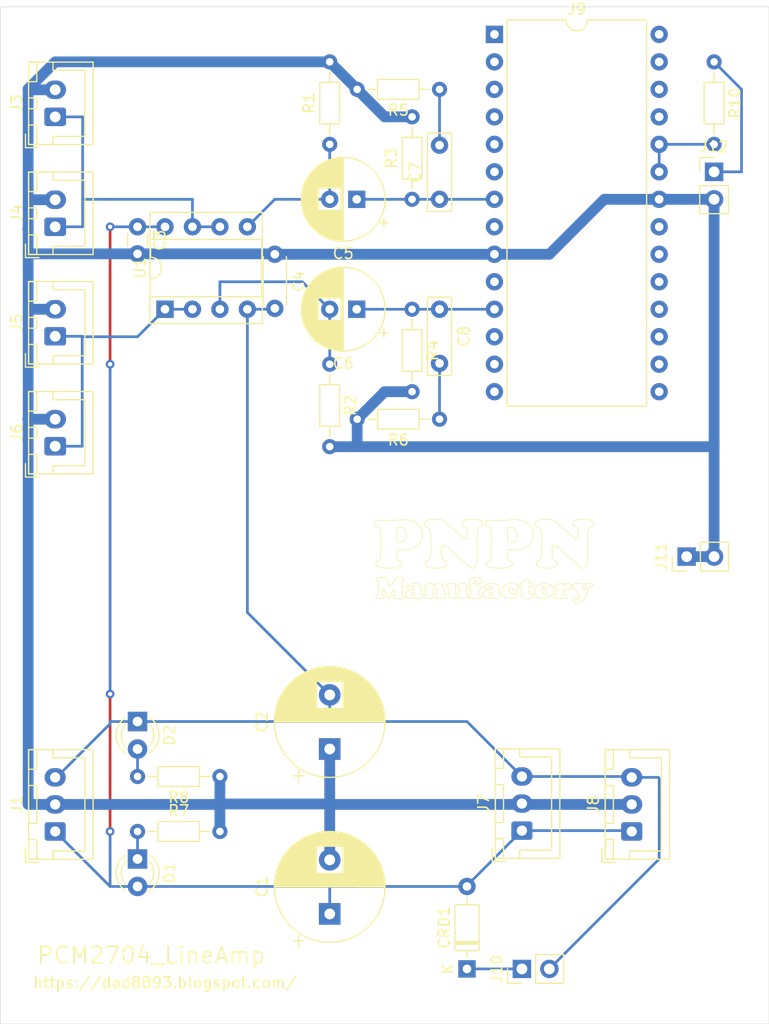
<source format=kicad_pcb>
(kicad_pcb (version 20171130) (host pcbnew "(5.1.4)-1")
  (title_block (title "PC2704 Line Amp") (date 2019-11-15) (rev A) (company "PNPN Manufactory"))
  (layers (0 F.Cu signal) (31 B.Cu signal) (34 B.Paste user) (35 F.Paste user) (36 B.SilkS user) (37 F.SilkS user) (38 B.Mask user) (39 F.Mask user) (44 Edge.Cuts user))
  (net 0 "")
  (net 1 GND)
  (net 2 +9V)
  (net 3 -9V)
  (net 4 "Net-(C5-Pad2)")
  (net 5 "Net-(C5-Pad1)")
  (net 6 "Net-(C6-Pad2)")
  (net 7 "Net-(C6-Pad1)")
  (net 8 "Net-(C7-Pad2)")
  (net 9 "Net-(C8-Pad2)")
  (net 10 "Net-(D2-Pad2)")
  (net 11 "Net-(J3-Pad1)")
  (net 12 +5V)
  (net 13 "Net-(CRD1-Pad1)")
  (net 14 "Net-(D1-Pad1)")
  (net 15 "Net-(J5-Pad1)")
  (net 16 "Net-(J12-Pad1)")
  (module Connector_JST:JST_XH_B3B-XH-A_1x03_P2.50mm_Vertical (layer F.Cu) (at 119.38 121.92 90)
    (fp_text reference J1 (at 2.5 -3.55 90) (layer F.SilkS))
    (fp_text value PWR_IN)
    (pad 3 thru_hole oval (at 5 0 90) (size 1.7 1.95) (drill 0.95) (layers *.Cu *.Mask) (net 3 -9V))
    (pad 2 thru_hole oval (at 2.5 0 90) (size 1.7 1.95) (drill 0.95) (layers *.Cu *.Mask) (net 1 GND))
    (pad 1 thru_hole roundrect (at 0 0 90) (size 1.7 1.95) (drill 0.95) (layers *.Cu *.Mask) (roundrect_rratio 0.147059) (net 2 +9V))
  )
  (module Resistor_THT:R_Axial_DIN0204_L3.6mm_D1.6mm_P7.62mm_Horizontal (layer F.Cu) (at 180.34 50.8 270)
    (fp_text reference R10 (at 3.81 -1.92 90) (layer F.SilkS))
    (fp_text value 3k3)
    (pad 2 thru_hole oval (at 7.62 0 270) (size 1.4 1.4) (drill 0.7) (layers *.Cu *.Mask) (net 12 +5V))
    (pad 1 thru_hole circle (at 0 0 270) (size 1.4 1.4) (drill 0.7) (layers *.Cu *.Mask) (net 16 "Net-(J12-Pad1)"))
  )
  (module Capacitor_THT:CP_Radial_D7.5mm_P2.50mm (layer F.Cu) (at 147.28 63.5 180)
    (fp_text reference C5 (at 1.25 -5) (layer F.SilkS))
    (fp_text value 100uF)
    (pad 2 thru_hole circle (at 2.5 0 180) (size 1.6 1.6) (drill 0.8) (layers *.Cu *.Mask) (net 4 "Net-(C5-Pad2)"))
    (pad 1 thru_hole rect (at 0 0 180) (size 1.6 1.6) (drill 0.8) (layers *.Cu *.Mask) (net 5 "Net-(C5-Pad1)"))
  )
  (module Resistor_THT:R_Axial_DIN0204_L3.6mm_D1.6mm_P7.62mm_Horizontal (layer F.Cu) (at 154.94 83.82 180)
    (fp_text reference R6 (at 3.81 -1.92) (layer F.SilkS))
    (fp_text value 15)
    (pad 2 thru_hole oval (at 7.62 0 180) (size 1.4 1.4) (drill 0.7) (layers *.Cu *.Mask) (net 1 GND))
    (pad 1 thru_hole circle (at 0 0 180) (size 1.4 1.4) (drill 0.7) (layers *.Cu *.Mask) (net 9 "Net-(C8-Pad2)"))
  )
  (module Connector_JST:JST_XH_B2B-XH-A_1x02_P2.50mm_Vertical (layer F.Cu) (at 119.38 66.04 90)
    (fp_text reference J4 (at 1.25 -3.55 90) (layer F.SilkS))
    (fp_text value LINE_L)
    (pad 2 thru_hole oval (at 2.5 0 90) (size 1.7 2) (drill 1) (layers *.Cu *.Mask) (net 1 GND))
    (pad 1 thru_hole roundrect (at 0 0 90) (size 1.7 2) (drill 1) (layers *.Cu *.Mask) (roundrect_rratio 0.147059) (net 11 "Net-(J3-Pad1)"))
  )
  (module Capacitor_THT:C_Rect_L7.0mm_W2.0mm_P5.00mm (layer F.Cu) (at 154.94 63.5 90)
    (fp_text reference C7 (at 2.5 -2.25 90) (layer F.SilkS))
    (fp_text value 0.022uF)
    (pad 2 thru_hole circle (at 5 0 90) (size 1.6 1.6) (drill 0.8) (layers *.Cu *.Mask) (net 8 "Net-(C7-Pad2)"))
    (pad 1 thru_hole circle (at 0 0 90) (size 1.6 1.6) (drill 0.8) (layers *.Cu *.Mask) (net 5 "Net-(C5-Pad1)"))
  )
  (module Capacitor_THT:C_Disc_D3.0mm_W1.6mm_P2.50mm (layer F.Cu) (at 127 66.04 270)
    (fp_text reference C3 (at 1.25 -2.05 90) (layer F.SilkS))
    (fp_text value 0.1u)
    (pad 2 thru_hole circle (at 2.5 0 270) (size 1.6 1.6) (drill 0.8) (layers *.Cu *.Mask) (net 1 GND))
    (pad 1 thru_hole circle (at 0 0 270) (size 1.6 1.6) (drill 0.8) (layers *.Cu *.Mask) (net 2 +9V))
  )
  (module Capacitor_THT:C_Rect_L7.0mm_W2.0mm_P5.00mm (layer F.Cu) (at 154.94 73.66 270)
    (fp_text reference C8 (at 2.5 -2.25 90) (layer F.SilkS))
    (fp_text value 0.022uF)
    (pad 2 thru_hole circle (at 5 0 270) (size 1.6 1.6) (drill 0.8) (layers *.Cu *.Mask) (net 9 "Net-(C8-Pad2)"))
    (pad 1 thru_hole circle (at 0 0 270) (size 1.6 1.6) (drill 0.8) (layers *.Cu *.Mask) (net 7 "Net-(C6-Pad1)"))
  )
  (module Package_DIP:DIP-28_W15.24mm (layer F.Cu) (at 160.02 48.26)
    (fp_text reference J9 (at 7.62 -2.33) (layer F.SilkS))
    (fp_text value PCM2704Board)
    (pad 28 thru_hole oval (at 15.24 0) (size 1.6 1.6) (drill 0.8) (layers *.Cu *.Mask))
    (pad 14 thru_hole oval (at 0 33.02) (size 1.6 1.6) (drill 0.8) (layers *.Cu *.Mask))
    (pad 27 thru_hole oval (at 15.24 2.54) (size 1.6 1.6) (drill 0.8) (layers *.Cu *.Mask))
    (pad 13 thru_hole oval (at 0 30.48) (size 1.6 1.6) (drill 0.8) (layers *.Cu *.Mask))
    (pad 26 thru_hole oval (at 15.24 5.08) (size 1.6 1.6) (drill 0.8) (layers *.Cu *.Mask))
    (pad 12 thru_hole oval (at 0 27.94) (size 1.6 1.6) (drill 0.8) (layers *.Cu *.Mask))
    (pad 25 thru_hole oval (at 15.24 7.62) (size 1.6 1.6) (drill 0.8) (layers *.Cu *.Mask))
    (pad 11 thru_hole oval (at 0 25.4) (size 1.6 1.6) (drill 0.8) (layers *.Cu *.Mask) (net 7 "Net-(C6-Pad1)"))
    (pad 24 thru_hole oval (at 15.24 10.16) (size 1.6 1.6) (drill 0.8) (layers *.Cu *.Mask) (net 12 +5V))
    (pad 10 thru_hole oval (at 0 22.86) (size 1.6 1.6) (drill 0.8) (layers *.Cu *.Mask))
    (pad 23 thru_hole oval (at 15.24 12.7) (size 1.6 1.6) (drill 0.8) (layers *.Cu *.Mask) (net 12 +5V))
    (pad 9 thru_hole oval (at 0 20.32) (size 1.6 1.6) (drill 0.8) (layers *.Cu *.Mask) (net 1 GND))
    (pad 22 thru_hole oval (at 15.24 15.24) (size 1.6 1.6) (drill 0.8) (layers *.Cu *.Mask) (net 1 GND))
    (pad 8 thru_hole oval (at 0 17.78) (size 1.6 1.6) (drill 0.8) (layers *.Cu *.Mask))
    (pad 21 thru_hole oval (at 15.24 17.78) (size 1.6 1.6) (drill 0.8) (layers *.Cu *.Mask))
    (pad 7 thru_hole oval (at 0 15.24) (size 1.6 1.6) (drill 0.8) (layers *.Cu *.Mask) (net 5 "Net-(C5-Pad1)"))
    (pad 20 thru_hole oval (at 15.24 20.32) (size 1.6 1.6) (drill 0.8) (layers *.Cu *.Mask))
    (pad 6 thru_hole oval (at 0 12.7) (size 1.6 1.6) (drill 0.8) (layers *.Cu *.Mask))
    (pad 19 thru_hole oval (at 15.24 22.86) (size 1.6 1.6) (drill 0.8) (layers *.Cu *.Mask))
    (pad 5 thru_hole oval (at 0 10.16) (size 1.6 1.6) (drill 0.8) (layers *.Cu *.Mask))
    (pad 18 thru_hole oval (at 15.24 25.4) (size 1.6 1.6) (drill 0.8) (layers *.Cu *.Mask))
    (pad 4 thru_hole oval (at 0 7.62) (size 1.6 1.6) (drill 0.8) (layers *.Cu *.Mask))
    (pad 17 thru_hole oval (at 15.24 27.94) (size 1.6 1.6) (drill 0.8) (layers *.Cu *.Mask))
    (pad 3 thru_hole oval (at 0 5.08) (size 1.6 1.6) (drill 0.8) (layers *.Cu *.Mask))
    (pad 16 thru_hole oval (at 15.24 30.48) (size 1.6 1.6) (drill 0.8) (layers *.Cu *.Mask))
    (pad 2 thru_hole oval (at 0 2.54) (size 1.6 1.6) (drill 0.8) (layers *.Cu *.Mask))
    (pad 15 thru_hole oval (at 15.24 33.02) (size 1.6 1.6) (drill 0.8) (layers *.Cu *.Mask))
    (pad 1 thru_hole rect (at 0 0) (size 1.6 1.6) (drill 0.8) (layers *.Cu *.Mask))
  )
  (module Connector_PinHeader_2.54mm:PinHeader_1x02_P2.54mm_Vertical (layer F.Cu) (at 180.34 60.96)
    (fp_text reference J12 (at 0 -2.33) (layer F.SilkS))
    (fp_text value USB_LED)
    (pad 2 thru_hole oval (at 0 2.54) (size 1.7 1.7) (drill 1) (layers *.Cu *.Mask) (net 1 GND))
    (pad 1 thru_hole rect (at 0 0) (size 1.7 1.7) (drill 1) (layers *.Cu *.Mask) (net 16 "Net-(J12-Pad1)"))
  )
  (module Resistor_THT:R_Axial_DIN0204_L3.6mm_D1.6mm_P7.62mm_Horizontal (layer F.Cu) (at 144.78 78.74 270)
    (fp_text reference R2 (at 3.81 -1.92 90) (layer F.SilkS))
    (fp_text value 3k3)
    (pad 2 thru_hole oval (at 7.62 0 270) (size 1.4 1.4) (drill 0.7) (layers *.Cu *.Mask) (net 1 GND))
    (pad 1 thru_hole circle (at 0 0 270) (size 1.4 1.4) (drill 0.7) (layers *.Cu *.Mask) (net 6 "Net-(C6-Pad2)"))
  )
  (module Connector_JST:JST_XH_B2B-XH-A_1x02_P2.50mm_Vertical (layer F.Cu) (at 119.38 86.32 90)
    (fp_text reference J6 (at 1.25 -3.55 90) (layer F.SilkS))
    (fp_text value LINE_R)
    (pad 2 thru_hole oval (at 2.5 0 90) (size 1.7 2) (drill 1) (layers *.Cu *.Mask) (net 1 GND))
    (pad 1 thru_hole roundrect (at 0 0 90) (size 1.7 2) (drill 1) (layers *.Cu *.Mask) (roundrect_rratio 0.147059) (net 15 "Net-(J5-Pad1)"))
  )
  (module Connector_JST:JST_XH_B2B-XH-A_1x02_P2.50mm_Vertical (layer F.Cu) (at 119.38 76.16 90)
    (fp_text reference J5 (at 1.25 -3.55 90) (layer F.SilkS))
    (fp_text value HPA_R)
    (pad 2 thru_hole oval (at 2.5 0 90) (size 1.7 2) (drill 1) (layers *.Cu *.Mask) (net 1 GND))
    (pad 1 thru_hole roundrect (at 0 0 90) (size 1.7 2) (drill 1) (layers *.Cu *.Mask) (roundrect_rratio 0.147059) (net 15 "Net-(J5-Pad1)"))
  )
  (module Resistor_THT:R_Axial_DIN0204_L3.6mm_D1.6mm_P7.62mm_Horizontal (layer F.Cu) (at 154.94 53.34 180)
    (fp_text reference R5 (at 3.81 -1.92) (layer F.SilkS))
    (fp_text value 15)
    (pad 2 thru_hole oval (at 7.62 0 180) (size 1.4 1.4) (drill 0.7) (layers *.Cu *.Mask) (net 1 GND))
    (pad 1 thru_hole circle (at 0 0 180) (size 1.4 1.4) (drill 0.7) (layers *.Cu *.Mask) (net 8 "Net-(C7-Pad2)"))
  )
  (module Resistor_THT:R_Axial_DIN0204_L3.6mm_D1.6mm_P7.62mm_Horizontal (layer F.Cu) (at 152.4 73.66 270)
    (fp_text reference R4 (at 3.81 -1.92 90) (layer F.SilkS))
    (fp_text value 10k)
    (pad 2 thru_hole oval (at 7.62 0 270) (size 1.4 1.4) (drill 0.7) (layers *.Cu *.Mask) (net 1 GND))
    (pad 1 thru_hole circle (at 0 0 270) (size 1.4 1.4) (drill 0.7) (layers *.Cu *.Mask) (net 7 "Net-(C6-Pad1)"))
  )
  (module Package_DIP:DIP-8_W7.62mm_Socket (layer F.Cu) (at 129.54 73.66 90)
    (fp_text reference U1 (at 3.81 -2.33 90) (layer F.SilkS))
    (fp_text value NJM4580)
    (pad 8 thru_hole oval (at 7.62 0 90) (size 1.6 1.6) (drill 0.8) (layers *.Cu *.Mask) (net 2 +9V))
    (pad 4 thru_hole oval (at 0 7.62 90) (size 1.6 1.6) (drill 0.8) (layers *.Cu *.Mask) (net 3 -9V))
    (pad 7 thru_hole oval (at 7.62 2.54 90) (size 1.6 1.6) (drill 0.8) (layers *.Cu *.Mask) (net 11 "Net-(J3-Pad1)"))
    (pad 3 thru_hole oval (at 0 5.08 90) (size 1.6 1.6) (drill 0.8) (layers *.Cu *.Mask) (net 6 "Net-(C6-Pad2)"))
    (pad 6 thru_hole oval (at 7.62 5.08 90) (size 1.6 1.6) (drill 0.8) (layers *.Cu *.Mask) (net 11 "Net-(J3-Pad1)"))
    (pad 2 thru_hole oval (at 0 2.54 90) (size 1.6 1.6) (drill 0.8) (layers *.Cu *.Mask) (net 15 "Net-(J5-Pad1)"))
    (pad 5 thru_hole oval (at 7.62 7.62 90) (size 1.6 1.6) (drill 0.8) (layers *.Cu *.Mask) (net 4 "Net-(C5-Pad2)"))
    (pad 1 thru_hole rect (at 0 0 90) (size 1.6 1.6) (drill 0.8) (layers *.Cu *.Mask) (net 15 "Net-(J5-Pad1)"))
  )
  (module Resistor_THT:R_Axial_DIN0204_L3.6mm_D1.6mm_P7.62mm_Horizontal (layer F.Cu) (at 152.4 63.5 90)
    (fp_text reference R3 (at 3.81 -1.92 90) (layer F.SilkS))
    (fp_text value 10k)
    (pad 2 thru_hole oval (at 7.62 0 90) (size 1.4 1.4) (drill 0.7) (layers *.Cu *.Mask) (net 1 GND))
    (pad 1 thru_hole circle (at 0 0 90) (size 1.4 1.4) (drill 0.7) (layers *.Cu *.Mask) (net 5 "Net-(C5-Pad1)"))
  )
  (module Resistor_THT:R_Axial_DIN0204_L3.6mm_D1.6mm_P7.62mm_Horizontal (layer F.Cu) (at 144.78 58.42 90)
    (fp_text reference R1 (at 3.81 -1.92 90) (layer F.SilkS))
    (fp_text value 3k3)
    (pad 2 thru_hole oval (at 7.62 0 90) (size 1.4 1.4) (drill 0.7) (layers *.Cu *.Mask) (net 1 GND))
    (pad 1 thru_hole circle (at 0 0 90) (size 1.4 1.4) (drill 0.7) (layers *.Cu *.Mask) (net 4 "Net-(C5-Pad2)"))
  )
  (module Connector_JST:JST_XH_B2B-XH-A_1x02_P2.50mm_Vertical (layer F.Cu) (at 119.38 55.88 90)
    (fp_text reference J3 (at 1.25 -3.55 90) (layer F.SilkS))
    (fp_text value HPA_L)
    (pad 2 thru_hole oval (at 2.5 0 90) (size 1.7 2) (drill 1) (layers *.Cu *.Mask) (net 1 GND))
    (pad 1 thru_hole roundrect (at 0 0 90) (size 1.7 2) (drill 1) (layers *.Cu *.Mask) (roundrect_rratio 0.147059) (net 11 "Net-(J3-Pad1)"))
  )
  (module Capacitor_THT:C_Disc_D4.3mm_W1.9mm_P5.00mm (layer F.Cu) (at 139.7 68.58 270)
    (fp_text reference C4 (at 2.5 -2.2 90) (layer F.SilkS))
    (fp_text value 0.1u)
    (pad 2 thru_hole circle (at 5 0 270) (size 1.6 1.6) (drill 0.8) (layers *.Cu *.Mask) (net 3 -9V))
    (pad 1 thru_hole circle (at 0 0 270) (size 1.6 1.6) (drill 0.8) (layers *.Cu *.Mask) (net 1 GND))
  )
  (module Connector_PinHeader_2.54mm:PinHeader_1x02_P2.54mm_Vertical (layer F.Cu) (at 177.8 96.52 90)
    (fp_text reference J11 (at 0 -2.33 90) (layer F.SilkS))
    (fp_text value TP_GND)
    (pad 2 thru_hole oval (at 0 2.54 90) (size 1.7 1.7) (drill 1) (layers *.Cu *.Mask) (net 1 GND))
    (pad 1 thru_hole rect (at 0 0 90) (size 1.7 1.7) (drill 1) (layers *.Cu *.Mask) (net 1 GND))
  )
  (module Capacitor_THT:CP_Radial_D7.5mm_P2.50mm (layer F.Cu) (at 147.28 73.66 180)
    (fp_text reference C6 (at 1.25 -5) (layer F.SilkS))
    (fp_text value 100uF)
    (pad 2 thru_hole circle (at 2.5 0 180) (size 1.6 1.6) (drill 0.8) (layers *.Cu *.Mask) (net 6 "Net-(C6-Pad2)"))
    (pad 1 thru_hole rect (at 0 0 180) (size 1.6 1.6) (drill 0.8) (layers *.Cu *.Mask) (net 7 "Net-(C6-Pad1)"))
  )
  (module LED_THT:LED_D3.0mm (layer F.Cu) (at 127 111.76 270)
    (fp_text reference D2 (at 1.27 -2.96 90) (layer F.SilkS))
    (fp_text value LED)
    (pad 2 thru_hole circle (at 2.54 0 270) (size 1.8 1.8) (drill 0.9) (layers *.Cu *.Mask) (net 10 "Net-(D2-Pad2)"))
    (pad 1 thru_hole rect (at 0 0 270) (size 1.8 1.8) (drill 0.9) (layers *.Cu *.Mask) (net 3 -9V))
  )
  (module Diode_THT:D_DO-35_SOD27_P7.62mm_Horizontal (layer F.Cu) (at 157.48 134.62 90)
    (fp_text reference CRD1 (at 3.81 -2.12 90) (layer F.SilkS))
    (fp_text value 5mA)
    (fp_text user K (at 0 -1.8 90) (layer F.SilkS))
    (pad 2 thru_hole oval (at 7.62 0 90) (size 1.6 1.6) (drill 0.8) (layers *.Cu *.Mask) (net 2 +9V))
    (pad 1 thru_hole rect (at 0 0 90) (size 1.6 1.6) (drill 0.8) (layers *.Cu *.Mask) (net 13 "Net-(CRD1-Pad1)"))
  )
  (module Connector_PinHeader_2.54mm:PinHeader_1x02_P2.54mm_Vertical (layer F.Cu) (at 162.56 134.62 90)
    (fp_text reference J10 (at 0 -2.33 90) (layer F.SilkS))
    (fp_text value PWR_LED)
    (pad 2 thru_hole oval (at 0 2.54 90) (size 1.7 1.7) (drill 1) (layers *.Cu *.Mask) (net 3 -9V))
    (pad 1 thru_hole rect (at 0 0 90) (size 1.7 1.7) (drill 1) (layers *.Cu *.Mask) (net 13 "Net-(CRD1-Pad1)"))
  )
  (module Resistor_THT:R_Axial_DIN0204_L3.6mm_D1.6mm_P7.62mm_Horizontal (layer F.Cu) (at 134.62 116.84 180)
    (fp_text reference R8 (at 3.81 -1.92) (layer F.SilkS))
    (fp_text value 4k7)
    (pad 2 thru_hole oval (at 7.62 0 180) (size 1.4 1.4) (drill 0.7) (layers *.Cu *.Mask) (net 10 "Net-(D2-Pad2)"))
    (pad 1 thru_hole circle (at 0 0 180) (size 1.4 1.4) (drill 0.7) (layers *.Cu *.Mask) (net 1 GND))
  )
  (module Resistor_THT:R_Axial_DIN0204_L3.6mm_D1.6mm_P7.62mm_Horizontal (layer F.Cu) (at 127 121.92)
    (fp_text reference R7 (at 3.81 -1.92) (layer F.SilkS))
    (fp_text value 4k7)
    (pad 2 thru_hole oval (at 7.62 0) (size 1.4 1.4) (drill 0.7) (layers *.Cu *.Mask) (net 1 GND))
    (pad 1 thru_hole circle (at 0 0) (size 1.4 1.4) (drill 0.7) (layers *.Cu *.Mask) (net 14 "Net-(D1-Pad1)"))
  )
  (module Connector_JST:JST_XH_B3B-XH-A_1x03_P2.50mm_Vertical (layer F.Cu) (at 172.72 121.92 90)
    (fp_text reference J8 (at 2.5 -3.55 90) (layer F.SilkS))
    (fp_text value PWR_OUT)
    (pad 3 thru_hole oval (at 5 0 90) (size 1.7 1.95) (drill 0.95) (layers *.Cu *.Mask) (net 3 -9V))
    (pad 2 thru_hole oval (at 2.5 0 90) (size 1.7 1.95) (drill 0.95) (layers *.Cu *.Mask) (net 1 GND))
    (pad 1 thru_hole roundrect (at 0 0 90) (size 1.7 1.95) (drill 0.95) (layers *.Cu *.Mask) (roundrect_rratio 0.147059) (net 2 +9V))
  )
  (module Connector_JST:JST_XH_B3B-XH-A_1x03_P2.50mm_Vertical (layer F.Cu) (at 162.56 121.84 90)
    (fp_text reference J7 (at 2.5 -3.55 90) (layer F.SilkS))
    (fp_text value PWR_OUT)
    (pad 3 thru_hole oval (at 5 0 90) (size 1.7 1.95) (drill 0.95) (layers *.Cu *.Mask) (net 3 -9V))
    (pad 2 thru_hole oval (at 2.5 0 90) (size 1.7 1.95) (drill 0.95) (layers *.Cu *.Mask) (net 1 GND))
    (pad 1 thru_hole roundrect (at 0 0 90) (size 1.7 1.95) (drill 0.95) (layers *.Cu *.Mask) (roundrect_rratio 0.147059) (net 2 +9V))
  )
  (module LED_THT:LED_D3.0mm (layer F.Cu) (at 127 124.46 270)
    (fp_text reference D1 (at 1.27 -2.96 90) (layer F.SilkS))
    (fp_text value LED)
    (pad 2 thru_hole circle (at 2.54 0 270) (size 1.8 1.8) (drill 0.9) (layers *.Cu *.Mask) (net 2 +9V))
    (pad 1 thru_hole rect (at 0 0 270) (size 1.8 1.8) (drill 0.9) (layers *.Cu *.Mask) (net 14 "Net-(D1-Pad1)"))
  )
  (module Capacitor_THT:CP_Radial_D10.0mm_P5.00mm (layer F.Cu) (at 144.78 114.3 90)
    (fp_text reference C2 (at 2.5 -6.25 90) (layer F.SilkS))
    (fp_text value 470uF)
    (pad 2 thru_hole circle (at 5 0 90) (size 2 2) (drill 1) (layers *.Cu *.Mask) (net 3 -9V))
    (pad 1 thru_hole rect (at 0 0 90) (size 2 2) (drill 1) (layers *.Cu *.Mask) (net 1 GND))
  )
  (module Capacitor_THT:CP_Radial_D10.0mm_P5.00mm (layer F.Cu) (at 144.78 129.54 90)
    (fp_text reference C1 (at 2.5 -6.25 90) (layer F.SilkS))
    (fp_text value 470uF)
    (pad 2 thru_hole circle (at 5 0 90) (size 2 2) (drill 1) (layers *.Cu *.Mask) (net 1 GND))
    (pad 1 thru_hole rect (at 0 0 90) (size 2 2) (drill 1) (layers *.Cu *.Mask) (net 2 +9V))
  )
  (gr_text https://dad8893.blogspot.com/ (at 129.54 135.89) (layer F.SilkS) (effects (font (size 1 1))))
  (gr_text PCM2704_LineAmp (at 128.27 133.35) (layer F.SilkS) (effects (font (size 1.524 1.524))))
  (gr_curve (pts (xy 166.810747 99.630794) (xy 166.620554 99.630794) (xy 166.56792 99.476303) (xy 166.491921 99.476303)) (layer F.SilkS) (width 0.06))
  (gr_curve (pts (xy 166.424586 99.706792) (xy 166.424586 99.788172) (xy 166.43338 99.901973) (xy 166.448081 100.005011)) (layer F.SilkS) (width 0.06))
  (gr_curve (pts (xy 166.491921 99.476303) (xy 166.410016 99.476303) (xy 166.424586 99.657964) (xy 166.424586 99.706792)) (layer F.SilkS) (width 0.06))
  (gr_curve (pts (xy 167.170395 99.305536) (xy 167.170395 99.487197) (xy 167.003697 99.630794) (xy 166.810747 99.630794)) (layer F.SilkS) (width 0.06))
  (gr_curve (pts (xy 166.845793 98.991042) (xy 167.041762 98.991042) (xy 167.170395 99.1265) (xy 167.170395 99.305536)) (layer F.SilkS) (width 0.06))
  (gr_curve (pts (xy 166.480239 99.205124) (xy 166.550331 99.205124) (xy 166.594303 98.991042) (xy 166.845793 98.991042)) (layer F.SilkS) (width 0.06))
  (gr_curve (pts (xy 167.412566 99.392298) (xy 167.357044 99.283747) (xy 167.190346 99.316299) (xy 167.190346 99.191604)) (layer F.SilkS) (width 0.06))
  (gr_curve (pts (xy 166.68789 100.213842) (xy 166.68789 100.384609) (xy 166.430492 100.398129) (xy 166.108779 100.398129)) (layer F.SilkS) (width 0.06))
  (gr_curve (pts (xy 166.108779 100.398129) (xy 165.974239 100.398129) (xy 165.576527 100.403642) (xy 165.576527 100.216468)) (layer F.SilkS) (width 0.06))
  (gr_curve (pts (xy 167.190346 99.191604) (xy 167.190346 99.110224) (xy 167.24298 98.991042) (xy 167.860025 98.991042)) (layer F.SilkS) (width 0.06))
  (gr_curve (pts (xy 167.684664 100.853595) (xy 167.473995 100.853595) (xy 167.225392 100.753313) (xy 167.225392 100.528337)) (layer F.SilkS) (width 0.06))
  (gr_curve (pts (xy 168.49177 100.1406) (xy 168.348436 100.501166) (xy 168.161262 100.853595) (xy 167.684664 100.853595)) (layer F.SilkS) (width 0.06))
  (gr_curve (pts (xy 167.822091 100.186672) (xy 167.822091 100.186672) (xy 167.412566 99.392298) (xy 167.412566 99.392298)) (layer F.SilkS) (width 0.06))
  (gr_curve (pts (xy 167.225392 100.528337) (xy 167.225392 100.392747) (xy 167.336567 100.278815) (xy 167.485677 100.278815)) (layer F.SilkS) (width 0.06))
  (gr_curve (pts (xy 168.401071 99.150914) (xy 168.401071 99.007318) (xy 168.676057 98.991042) (xy 168.781326 98.991042)) (layer F.SilkS) (width 0.06))
  (gr_curve (pts (xy 167.801615 100.56627) (xy 167.880501 100.56627) (xy 167.915678 100.495785) (xy 167.915678 100.433437)) (layer F.SilkS) (width 0.06))
  (gr_curve (pts (xy 168.234373 99.156427) (xy 168.234373 99.229538) (xy 168.167169 99.251326) (xy 168.167169 99.316299)) (layer F.SilkS) (width 0.06))
  (gr_curve (pts (xy 169.094245 99.129256) (xy 169.094245 99.28926) (xy 168.918753 99.218774) (xy 168.816372 99.378647)) (layer F.SilkS) (width 0.06))
  (gr_curve (pts (xy 168.167169 99.316299) (xy 168.167169 99.419337) (xy 168.295802 99.609136) (xy 168.345549 99.609136)) (layer F.SilkS) (width 0.06))
  (gr_curve (pts (xy 166.448081 100.005011) (xy 166.465538 100.124324) (xy 166.68789 100.051082) (xy 166.68789 100.213842)) (layer F.SilkS) (width 0.06))
  (gr_curve (pts (xy 165.743225 100.007767) (xy 165.766589 99.939907) (xy 165.775383 99.785416) (xy 165.775383 99.709549)) (layer F.SilkS) (width 0.06))
  (gr_curve (pts (xy 165.576527 100.216468) (xy 165.576527 100.102667) (xy 165.711067 100.102667) (xy 165.743225 100.007767)) (layer F.SilkS) (width 0.06))
  (gr_curve (pts (xy 167.485677 100.278815) (xy 167.757775 100.278815) (xy 167.681645 100.56627) (xy 167.801615 100.56627)) (layer F.SilkS) (width 0.06))
  (gr_curve (pts (xy 168.816372 99.378647) (xy 168.752055 99.473546) (xy 168.705327 99.59286) (xy 168.664375 99.698654)) (layer F.SilkS) (width 0.06))
  (gr_curve (pts (xy 168.781326 98.991042) (xy 168.8778 98.991042) (xy 169.094245 99.004561) (xy 169.094245 99.129256)) (layer F.SilkS) (width 0.06))
  (gr_curve (pts (xy 168.494658 99.356989) (xy 168.494658 99.23505) (xy 168.401071 99.243188) (xy 168.401071 99.150914)) (layer F.SilkS) (width 0.06))
  (gr_curve (pts (xy 168.345549 99.609136) (xy 168.43336 99.609136) (xy 168.494658 99.422093) (xy 168.494658 99.356989)) (layer F.SilkS) (width 0.06))
  (gr_curve (pts (xy 167.915678 100.433437) (xy 167.915678 100.357439) (xy 167.857137 100.254401) (xy 167.822091 100.186672)) (layer F.SilkS) (width 0.06))
  (gr_curve (pts (xy 165.775383 99.709549) (xy 165.775383 99.709549) (xy 165.775383 99.546789) (xy 165.775383 99.546789)) (layer F.SilkS) (width 0.06))
  (gr_curve (pts (xy 167.860025 98.991042) (xy 167.9712 98.991042) (xy 168.234373 99.001805) (xy 168.234373 99.156427)) (layer F.SilkS) (width 0.06))
  (gr_curve (pts (xy 168.664375 99.698654) (xy 168.664375 99.698654) (xy 168.49177 100.1406) (xy 168.49177 100.1406)) (layer F.SilkS) (width 0.06))
  (gr_curve (pts (xy 156.317447 98.991042) (xy 156.399352 98.991042) (xy 156.408146 99.026219) (xy 156.408146 99.094079)) (layer F.SilkS) (width 0.06))
  (gr_curve (pts (xy 155.758812 99.584722) (xy 155.758812 99.169946) (xy 155.557068 99.351608) (xy 155.557068 99.172703)) (layer F.SilkS) (width 0.06))
  (gr_curve (pts (xy 156.2677 100.398129) (xy 155.712084 100.398129) (xy 155.758812 99.991491) (xy 155.758812 99.584722)) (layer F.SilkS) (width 0.06))
  (gr_curve (pts (xy 157.420015 99.400436) (xy 157.420015 99.400436) (xy 157.420015 99.945419) (xy 157.420015 99.945419)) (layer F.SilkS) (width 0.06))
  (gr_curve (pts (xy 157.420015 99.945419) (xy 157.420015 100.108048) (xy 157.580806 100.032181) (xy 157.580806 100.162258)) (layer F.SilkS) (width 0.06))
  (gr_curve (pts (xy 157.580806 100.162258) (xy 157.580806 100.346676) (xy 157.063255 100.398129) (xy 156.902333 100.398129)) (layer F.SilkS) (width 0.06))
  (gr_curve (pts (xy 157.425922 99.142776) (xy 157.425922 99.229538) (xy 157.420015 99.313674) (xy 157.420015 99.400436)) (layer F.SilkS) (width 0.06))
  (gr_curve (pts (xy 157.276681 98.991042) (xy 157.38195 98.991042) (xy 157.425922 99.047876) (xy 157.425922 99.142776)) (layer F.SilkS) (width 0.06))
  (gr_curve (pts (xy 156.577732 99.178084) (xy 156.577732 99.018081) (xy 157.165637 98.991042) (xy 157.276681 98.991042)) (layer F.SilkS) (width 0.06))
  (gr_curve (pts (xy 154.387952 99.216018) (xy 154.43468 99.216018) (xy 154.461063 99.159052) (xy 154.519473 99.102217)) (layer F.SilkS) (width 0.06))
  (gr_curve (pts (xy 155.364775 99.953557) (xy 155.379345 100.167639) (xy 155.499183 100.118943) (xy 155.499183 100.2355)) (layer F.SilkS) (width 0.06))
  (gr_curve (pts (xy 154.832392 98.991042) (xy 155.437886 98.991042) (xy 155.335505 99.541407) (xy 155.364775 99.953557)) (layer F.SilkS) (width 0.06))
  (gr_curve (pts (xy 156.744429 99.381403) (xy 156.721065 99.245814) (xy 156.577732 99.291885) (xy 156.577732 99.178084)) (layer F.SilkS) (width 0.06))
  (gr_curve (pts (xy 154.338205 99.706792) (xy 154.338205 99.706792) (xy 154.338205 99.915493) (xy 154.338205 99.915493)) (layer F.SilkS) (width 0.06))
  (gr_curve (pts (xy 154.961156 100.398129) (xy 154.855887 100.398129) (xy 154.575126 100.403642) (xy 154.575126 100.251776)) (layer F.SilkS) (width 0.06))
  (gr_curve (pts (xy 154.519473 99.102217) (xy 154.578014 99.047876) (xy 154.665694 98.991042) (xy 154.832392 98.991042)) (layer F.SilkS) (width 0.06))
  (gr_curve (pts (xy 154.686171 100.024043) (xy 154.700871 99.831487) (xy 154.782777 99.397679) (xy 154.507791 99.397679)) (layer F.SilkS) (width 0.06))
  (gr_curve (pts (xy 158.153354 100.398129) (xy 158.013039 100.398129) (xy 157.635803 100.395504) (xy 157.635803 100.205704)) (layer F.SilkS) (width 0.06))
  (gr_curve (pts (xy 158.817258 100.200192) (xy 158.817258 100.265296) (xy 158.811483 100.398129) (xy 158.153354 100.398129)) (layer F.SilkS) (width 0.06))
  (gr_curve (pts (xy 158.536497 99.243188) (xy 158.659354 99.243188) (xy 158.826052 99.213262) (xy 158.820146 99.294642)) (layer F.SilkS) (width 0.06))
  (gr_curve (pts (xy 156.756111 99.67424) (xy 156.756111 99.584722) (xy 156.758999 99.468165) (xy 156.744429 99.381403)) (layer F.SilkS) (width 0.06))
  (gr_curve (pts (xy 158.495544 99.213262) (xy 158.504339 99.23505) (xy 158.507226 99.243188) (xy 158.536497 99.243188)) (layer F.SilkS) (width 0.06))
  (gr_curve (pts (xy 156.560143 100.31688) (xy 156.490051 100.357439) (xy 156.396464 100.398129) (xy 156.2677 100.398129)) (layer F.SilkS) (width 0.06))
  (gr_curve (pts (xy 158.556973 99.956183) (xy 158.609608 100.118943) (xy 158.817258 100.032181) (xy 158.817258 100.200192)) (layer F.SilkS) (width 0.06))
  (gr_curve (pts (xy 157.673737 98.885247) (xy 157.673737 98.562615) (xy 158.033516 98.454196) (xy 158.325959 98.454196)) (layer F.SilkS) (width 0.06))
  (gr_curve (pts (xy 154.575126 100.251776) (xy 154.575126 100.15412) (xy 154.671601 100.200192) (xy 154.686171 100.024043)) (layer F.SilkS) (width 0.06))
  (gr_curve (pts (xy 156.574844 100.05922) (xy 156.785382 100.05922) (xy 156.756111 99.804317) (xy 156.756111 99.67424)) (layer F.SilkS) (width 0.06))
  (gr_curve (pts (xy 158.527703 99.71493) (xy 158.527703 99.790797) (xy 158.536497 99.885697) (xy 158.556973 99.956183)) (layer F.SilkS) (width 0.06))
  (gr_curve (pts (xy 157.784913 99.20788) (xy 157.784913 99.156427) (xy 157.673737 99.056014) (xy 157.673737 98.885247)) (layer F.SilkS) (width 0.06))
  (gr_curve (pts (xy 157.875612 99.666102) (xy 157.881387 99.582097) (xy 157.852117 99.538651) (xy 157.75853 99.538651)) (layer F.SilkS) (width 0.06))
  (gr_curve (pts (xy 156.408146 99.094079) (xy 156.408146 99.094079) (xy 156.408146 99.782659) (xy 156.408146 99.782659)) (layer F.SilkS) (width 0.06))
  (gr_curve (pts (xy 156.709384 100.2355) (xy 156.677225 100.2355) (xy 156.630366 100.27619) (xy 156.560143 100.31688)) (layer F.SilkS) (width 0.06))
  (gr_curve (pts (xy 158.729578 99.538651) (xy 158.556973 99.538651) (xy 158.527703 99.536025) (xy 158.527703 99.71493)) (layer F.SilkS) (width 0.06))
  (gr_curve (pts (xy 155.557068 99.172703) (xy 155.557068 98.99918) (xy 156.294083 98.991042) (xy 156.317447 98.991042)) (layer F.SilkS) (width 0.06))
  (gr_curve (pts (xy 158.691513 99.012699) (xy 158.437134 99.012699) (xy 158.404976 98.76869) (xy 158.238147 98.76869)) (layer F.SilkS) (width 0.06))
  (gr_curve (pts (xy 158.913733 98.803867) (xy 158.913733 98.9178) (xy 158.81437 99.012699) (xy 158.691513 99.012699)) (layer F.SilkS) (width 0.06))
  (gr_curve (pts (xy 158.805576 99.492579) (xy 158.802688 99.533269) (xy 158.77053 99.538651) (xy 158.729578 99.538651)) (layer F.SilkS) (width 0.06))
  (gr_curve (pts (xy 158.820146 99.294642) (xy 158.820146 99.294642) (xy 158.805576 99.492579) (xy 158.805576 99.492579)) (layer F.SilkS) (width 0.06))
  (gr_curve (pts (xy 158.138785 98.866215) (xy 158.138785 99.037113) (xy 158.44291 99.094079) (xy 158.495544 99.213262)) (layer F.SilkS) (width 0.06))
  (gr_curve (pts (xy 158.238147 98.76869) (xy 158.179737 98.76869) (xy 158.138785 98.812005) (xy 158.138785 98.866215)) (layer F.SilkS) (width 0.06))
  (gr_curve (pts (xy 156.408146 99.782659) (xy 156.408146 99.89121) (xy 156.41694 100.05922) (xy 156.574844 100.05922)) (layer F.SilkS) (width 0.06))
  (gr_curve (pts (xy 157.75853 99.538651) (xy 157.723484 99.538651) (xy 157.632785 99.55217) (xy 157.632785 99.503473)) (layer F.SilkS) (width 0.06))
  (gr_curve (pts (xy 156.902333 100.398129) (xy 156.677225 100.398129) (xy 156.826335 100.2355) (xy 156.709384 100.2355)) (layer F.SilkS) (width 0.06))
  (gr_curve (pts (xy 158.325959 98.454196) (xy 158.802688 98.454196) (xy 158.913733 98.68731) (xy 158.913733 98.803867)) (layer F.SilkS) (width 0.06))
  (gr_curve (pts (xy 155.499183 100.2355) (xy 155.499183 100.284328) (xy 155.510997 100.398129) (xy 154.961156 100.398129)) (layer F.SilkS) (width 0.06))
  (gr_curve (pts (xy 154.507791 99.397679) (xy 154.320617 99.397679) (xy 154.338205 99.584722) (xy 154.338205 99.706792)) (layer F.SilkS) (width 0.06))
  (gr_curve (pts (xy 157.703008 99.259464) (xy 157.738054 99.256708) (xy 157.784913 99.253952) (xy 157.784913 99.20788)) (layer F.SilkS) (width 0.06))
  (gr_curve (pts (xy 157.632785 99.503473) (xy 157.632785 99.28926) (xy 157.615327 99.264846) (xy 157.703008 99.259464)) (layer F.SilkS) (width 0.06))
  (gr_curve (pts (xy 162.524119 99.356989) (xy 162.524119 99.308161) (xy 162.524119 99.28926) (xy 162.509549 99.281122)) (layer F.SilkS) (width 0.06))
  (gr_curve (pts (xy 159.439815 100.406267) (xy 159.196988 100.406267) (xy 158.954291 100.286953) (xy 158.954291 100.01853)) (layer F.SilkS) (width 0.06))
  (gr_curve (pts (xy 165.593984 99.264846) (xy 165.593984 99.050633) (xy 166.278364 98.991042) (xy 166.304747 98.991042)) (layer F.SilkS) (width 0.06))
  (gr_curve (pts (xy 160.705538 99.690516) (xy 160.705538 99.300023) (xy 161.071091 98.982904) (xy 161.562391 98.982904)) (layer F.SilkS) (width 0.06))
  (gr_curve (pts (xy 165.495147 99.690516) (xy 165.495147 100.135219) (xy 164.980353 100.406267) (xy 164.550482 100.406267)) (layer F.SilkS) (width 0.06))
  (gr_curve (pts (xy 159.726352 100.335781) (xy 159.662035 100.37109) (xy 159.574355 100.406267) (xy 159.439815 100.406267)) (layer F.SilkS) (width 0.06))
  (gr_curve (pts (xy 162.395486 99.278366) (xy 162.319356 99.278366) (xy 162.281423 99.281122) (xy 162.266722 99.267602)) (layer F.SilkS) (width 0.06))
  (gr_curve (pts (xy 159.817051 98.982904) (xy 159.983749 98.982904) (xy 160.440002 99.042495) (xy 160.440002 99.449264)) (layer F.SilkS) (width 0.06))
  (gr_curve (pts (xy 161.544933 99.32995) (xy 161.416169 99.32995) (xy 161.345946 99.451889) (xy 161.345946 99.560308)) (layer F.SilkS) (width 0.06))
  (gr_curve (pts (xy 159.667942 99.587479) (xy 159.75851 99.587479) (xy 159.799463 99.59286) (xy 159.799463 99.495335)) (layer F.SilkS) (width 0.06))
  (gr_curve (pts (xy 159.799463 99.495335) (xy 159.799463 99.405817) (xy 159.796575 99.218774) (xy 159.662035 99.218774)) (layer F.SilkS) (width 0.06))
  (gr_curve (pts (xy 163.539007 98.982904) (xy 163.664752 98.982904) (xy 163.664752 98.991042) (xy 163.664752 99.11298)) (layer F.SilkS) (width 0.06))
  (gr_curve (pts (xy 162.252152 99.159052) (xy 162.252152 99.121118) (xy 162.243358 99.091323) (xy 162.278535 99.069665)) (layer F.SilkS) (width 0.06))
  (gr_curve (pts (xy 157.852117 99.958939) (xy 157.852117 99.958939) (xy 157.875612 99.666102) (xy 157.875612 99.666102)) (layer F.SilkS) (width 0.06))
  (gr_curve (pts (xy 164.565183 99.30278) (xy 164.468577 99.30278) (xy 164.415943 99.386785) (xy 164.421849 99.465408)) (layer F.SilkS) (width 0.06))
  (gr_curve (pts (xy 164.421849 99.465408) (xy 164.433531 99.636307) (xy 164.486166 100.053839) (xy 164.687909 100.064733)) (layer F.SilkS) (width 0.06))
  (gr_curve (pts (xy 163.676434 100.070115) (xy 163.676434 100.24902) (xy 163.343039 100.406267) (xy 163.047708 100.406267)) (layer F.SilkS) (width 0.06))
  (gr_curve (pts (xy 166.430492 99.110224) (xy 166.43338 99.142776) (xy 166.430492 99.205124) (xy 166.480239 99.205124)) (layer F.SilkS) (width 0.06))
  (gr_curve (pts (xy 166.304747 98.991042) (xy 166.415923 98.991042) (xy 166.41881 99.018081) (xy 166.430492 99.110224)) (layer F.SilkS) (width 0.06))
  (gr_curve (pts (xy 158.954291 100.01853) (xy 158.954291 99.826106) (xy 159.153148 99.587479) (xy 159.667942 99.587479)) (layer F.SilkS) (width 0.06))
  (gr_curve (pts (xy 162.945326 98.676547) (xy 163.012531 98.638482) (xy 163.009643 98.64662) (xy 163.097323 98.64662)) (layer F.SilkS) (width 0.06))
  (gr_curve (pts (xy 159.20867 99.511611) (xy 159.115083 99.511611) (xy 159.044991 99.449264) (xy 159.044991 99.362502)) (layer F.SilkS) (width 0.06))
  (gr_curve (pts (xy 165.775383 99.546789) (xy 165.775383 99.281122) (xy 165.593984 99.430231) (xy 165.593984 99.264846)) (layer F.SilkS) (width 0.06))
  (gr_curve (pts (xy 163.220181 98.760552) (xy 163.220181 98.844557) (xy 163.214406 98.928694) (xy 163.228975 98.961115)) (layer F.SilkS) (width 0.06))
  (gr_curve (pts (xy 164.822449 99.896591) (xy 164.822449 99.774521) (xy 164.764039 99.30278) (xy 164.565183 99.30278)) (layer F.SilkS) (width 0.06))
  (gr_curve (pts (xy 164.687909 100.064733) (xy 164.799085 100.070115) (xy 164.822449 99.983353) (xy 164.822449 99.896591)) (layer F.SilkS) (width 0.06))
  (gr_curve (pts (xy 163.097323 98.64662) (xy 163.214406 98.64662) (xy 163.220181 98.635857) (xy 163.220181 98.760552)) (layer F.SilkS) (width 0.06))
  (gr_curve (pts (xy 163.576941 99.945419) (xy 163.635482 99.945419) (xy 163.676434 100.021287) (xy 163.676434 100.070115)) (layer F.SilkS) (width 0.06))
  (gr_curve (pts (xy 162.278535 99.069665) (xy 162.278535 99.069665) (xy 162.945326 98.676547) (xy 162.945326 98.676547)) (layer F.SilkS) (width 0.06))
  (gr_curve (pts (xy 161.737883 99.964321) (xy 161.922169 99.964321) (xy 161.983598 99.893835) (xy 162.045027 99.893835)) (layer F.SilkS) (width 0.06))
  (gr_curve (pts (xy 162.045027 99.893835) (xy 162.123913 99.893835) (xy 162.176547 99.975215) (xy 162.176547 100.040319)) (layer F.SilkS) (width 0.06))
  (gr_curve (pts (xy 164.550482 100.406267) (xy 164.117593 100.406267) (xy 163.749151 100.170396) (xy 163.749151 99.741969)) (layer F.SilkS) (width 0.06))
  (gr_curve (pts (xy 164.690928 98.982904) (xy 165.202704 98.982904) (xy 165.495147 99.354364) (xy 165.495147 99.690516)) (layer F.SilkS) (width 0.06))
  (gr_curve (pts (xy 163.047708 100.406267) (xy 162.898467 100.406267) (xy 162.524119 100.346676) (xy 162.524119 99.915493)) (layer F.SilkS) (width 0.06))
  (gr_curve (pts (xy 159.044991 99.362502) (xy 159.044991 99.132013) (xy 159.539178 98.982904) (xy 159.817051 98.982904)) (layer F.SilkS) (width 0.06))
  (gr_curve (pts (xy 163.749151 99.741969) (xy 163.749151 99.256708) (xy 164.208292 98.982904) (xy 164.690928 98.982904)) (layer F.SilkS) (width 0.06))
  (gr_curve (pts (xy 163.220181 99.378647) (xy 163.220181 99.378647) (xy 163.220181 99.782659) (xy 163.220181 99.782659)) (layer F.SilkS) (width 0.06))
  (gr_curve (pts (xy 163.328469 99.278366) (xy 163.226088 99.278366) (xy 163.220181 99.281122) (xy 163.220181 99.378647)) (layer F.SilkS) (width 0.06))
  (gr_curve (pts (xy 160.440002 99.720312) (xy 160.440002 100.197566) (xy 160.615494 99.937281) (xy 160.615494 100.083634)) (layer F.SilkS) (width 0.06))
  (gr_curve (pts (xy 160.173811 100.406267) (xy 159.942796 100.406267) (xy 159.93689 100.268052) (xy 159.863779 100.268052)) (layer F.SilkS) (width 0.06))
  (gr_curve (pts (xy 162.176547 100.040319) (xy 162.176547 100.200192) (xy 161.913375 100.406267) (xy 161.503981 100.406267)) (layer F.SilkS) (width 0.06))
  (gr_curve (pts (xy 159.808257 99.912867) (xy 159.808257 99.853145) (xy 159.811145 99.785416) (xy 159.729239 99.785416)) (layer F.SilkS) (width 0.06))
  (gr_curve (pts (xy 159.662035 99.218774) (xy 159.486543 99.218774) (xy 159.468955 99.511611) (xy 159.20867 99.511611)) (layer F.SilkS) (width 0.06))
  (gr_curve (pts (xy 159.863779 100.268052) (xy 159.828733 100.268052) (xy 159.790668 100.303229) (xy 159.726352 100.335781)) (layer F.SilkS) (width 0.06))
  (gr_curve (pts (xy 163.530213 99.278366) (xy 163.530213 99.278366) (xy 163.328469 99.278366) (xy 163.328469 99.278366)) (layer F.SilkS) (width 0.06))
  (gr_curve (pts (xy 163.664752 99.11298) (xy 163.664752 99.267602) (xy 163.644276 99.278366) (xy 163.530213 99.278366)) (layer F.SilkS) (width 0.06))
  (gr_curve (pts (xy 163.334244 98.982904) (xy 163.334244 98.982904) (xy 163.539007 98.982904) (xy 163.539007 98.982904)) (layer F.SilkS) (width 0.06))
  (gr_curve (pts (xy 163.228975 98.961115) (xy 163.23777 98.982904) (xy 163.258246 98.982904) (xy 163.334244 98.982904)) (layer F.SilkS) (width 0.06))
  (gr_curve (pts (xy 159.688418 100.105292) (xy 159.799463 100.105292) (xy 159.808257 99.994116) (xy 159.808257 99.912867)) (layer F.SilkS) (width 0.06))
  (gr_curve (pts (xy 159.562542 99.958939) (xy 159.562542 100.029425) (xy 159.603494 100.105292) (xy 159.688418 100.105292)) (layer F.SilkS) (width 0.06))
  (gr_curve (pts (xy 162.266722 99.267602) (xy 162.246246 99.24857) (xy 162.252152 99.2214) (xy 162.252152 99.159052)) (layer F.SilkS) (width 0.06))
  (gr_curve (pts (xy 162.524119 99.915493) (xy 162.524119 99.915493) (xy 162.524119 99.356989) (xy 162.524119 99.356989)) (layer F.SilkS) (width 0.06))
  (gr_curve (pts (xy 161.503981 100.406267) (xy 161.062297 100.406267) (xy 160.705538 100.105292) (xy 160.705538 99.690516)) (layer F.SilkS) (width 0.06))
  (gr_curve (pts (xy 163.381103 100.007767) (xy 163.471672 100.007767) (xy 163.524306 99.945419) (xy 163.576941 99.945419)) (layer F.SilkS) (width 0.06))
  (gr_curve (pts (xy 161.562391 98.982904) (xy 162.001055 98.982904) (xy 162.232201 99.20788) (xy 162.232201 99.397679)) (layer F.SilkS) (width 0.06))
  (gr_curve (pts (xy 163.220181 99.782659) (xy 163.220181 99.964321) (xy 163.302086 100.007767) (xy 163.381103 100.007767)) (layer F.SilkS) (width 0.06))
  (gr_curve (pts (xy 161.945533 99.666102) (xy 161.629726 99.666102) (xy 161.775948 99.32995) (xy 161.544933 99.32995)) (layer F.SilkS) (width 0.06))
  (gr_curve (pts (xy 162.232201 99.397679) (xy 162.232201 99.549545) (xy 162.109343 99.666102) (xy 161.945533 99.666102)) (layer F.SilkS) (width 0.06))
  (gr_curve (pts (xy 159.729239 99.785416) (xy 159.629877 99.785416) (xy 159.562542 99.872177) (xy 159.562542 99.958939)) (layer F.SilkS) (width 0.06))
  (gr_curve (pts (xy 160.440002 99.449264) (xy 160.440002 99.449264) (xy 160.440002 99.720312) (xy 160.440002 99.720312)) (layer F.SilkS) (width 0.06))
  (gr_curve (pts (xy 161.345946 99.560308) (xy 161.345946 99.761002) (xy 161.506868 99.964321) (xy 161.737883 99.964321)) (layer F.SilkS) (width 0.06))
  (gr_curve (pts (xy 157.635803 100.205704) (xy 157.635803 100.053839) (xy 157.840435 100.124324) (xy 157.852117 99.958939)) (layer F.SilkS) (width 0.06))
  (gr_curve (pts (xy 160.615494 100.083634) (xy 160.615494 100.238256) (xy 160.387368 100.406267) (xy 160.173811 100.406267)) (layer F.SilkS) (width 0.06))
  (gr_curve (pts (xy 162.509549 99.281122) (xy 162.494848 99.272984) (xy 162.46269 99.278366) (xy 162.395486 99.278366)) (layer F.SilkS) (width 0.06))
  (gr_curve (pts (xy 168.944217 93.784162) (xy 168.878194 93.811989) (xy 168.833041 93.836666) (xy 168.808759 93.85793)) (layer F.SilkS) (width 0.06))
  (gr_curve (pts (xy 168.888039 93.129184) (xy 169.09057 93.189169) (xy 169.19177 93.302576) (xy 169.19177 93.469537)) (layer F.SilkS) (width 0.06))
  (gr_curve (pts (xy 168.197883 93.071431) (xy 168.53036 93.071431) (xy 168.760324 93.090726) (xy 168.888039 93.129184)) (layer F.SilkS) (width 0.06))
  (gr_curve (pts (xy 167.656443 93.103589) (xy 167.759875 93.082194) (xy 167.940355 93.071431) (xy 168.197883 93.071431)) (layer F.SilkS) (width 0.06))
  (gr_curve (pts (xy 161.194605 95.989693) (xy 161.194605 95.989693) (xy 161.194605 96.008988) (xy 161.194605 96.008988)) (layer F.SilkS) (width 0.06))
  (gr_curve (pts (xy 167.263457 94.692731) (xy 167.417554 94.823333) (xy 167.528729 94.888568) (xy 167.596984 94.888568)) (layer F.SilkS) (width 0.06))
  (gr_curve (pts (xy 159.259729 93.251254) (xy 159.343341 93.199801) (xy 159.464492 93.174206) (xy 159.62292 93.174206)) (layer F.SilkS) (width 0.06))
  (gr_curve (pts (xy 161.528132 93.119603) (xy 161.655846 93.106739) (xy 161.772535 93.100308) (xy 161.878198 93.100308)) (layer F.SilkS) (width 0.06))
  (gr_curve (pts (xy 162.096086 94.509757) (xy 162.096086 94.23149) (xy 162.012344 94.030271) (xy 161.845121 93.906101)) (layer F.SilkS) (width 0.06))
  (gr_curve (pts (xy 167.276714 93.450242) (xy 167.276714 93.270418) (xy 167.403247 93.154911) (xy 167.656443 93.103589)) (layer F.SilkS) (width 0.06))
  (gr_curve (pts (xy 167.511141 93.758436) (xy 167.425298 93.717877) (xy 167.364788 93.674431) (xy 167.329611 93.62849)) (layer F.SilkS) (width 0.06))
  (gr_curve (pts (xy 167.719185 93.98) (xy 167.686108 93.881556) (xy 167.616804 93.807658) (xy 167.511141 93.758436)) (layer F.SilkS) (width 0.06))
  (gr_curve (pts (xy 167.768669 94.532203) (xy 167.768669 94.262467) (xy 167.752131 94.078443) (xy 167.719185 93.98)) (layer F.SilkS) (width 0.06))
  (gr_curve (pts (xy 167.596984 94.888568) (xy 167.711441 94.888568) (xy 167.768669 94.76978) (xy 167.768669 94.532203)) (layer F.SilkS) (width 0.06))
  (gr_curve (pts (xy 161.699818 97.164716) (xy 161.699818 97.299518) (xy 161.594155 97.403343) (xy 161.38283 97.476191)) (layer F.SilkS) (width 0.06))
  (gr_curve (pts (xy 161.845121 93.906101) (xy 161.739458 93.826953) (xy 161.611744 93.787313) (xy 161.462109 93.787313)) (layer F.SilkS) (width 0.06))
  (gr_curve (pts (xy 161.217707 95.004076) (xy 161.217707 95.087556) (xy 161.236477 95.137828) (xy 161.273885 95.155022)) (layer F.SilkS) (width 0.06))
  (gr_curve (pts (xy 163.06359 95.546697) (xy 162.739907 95.792806) (xy 162.348102 95.915926) (xy 161.888042 95.915926)) (layer F.SilkS) (width 0.06))
  (gr_curve (pts (xy 161.290424 95.883768) (xy 161.226501 95.883768) (xy 161.194605 95.919076) (xy 161.194605 95.989693)) (layer F.SilkS) (width 0.06))
  (gr_curve (pts (xy 161.888042 95.915926) (xy 161.771354 95.915926) (xy 161.628282 95.908444) (xy 161.458828 95.893349)) (layer F.SilkS) (width 0.06))
  (gr_curve (pts (xy 159.728583 94.320221) (xy 159.728583 94.101938) (xy 159.713226 93.963461) (xy 159.68238 93.904526)) (layer F.SilkS) (width 0.06))
  (gr_curve (pts (xy 163.578647 94.496894) (xy 163.578647 94.933459) (xy 163.406961 95.283393) (xy 163.06359 95.546697)) (layer F.SilkS) (width 0.06))
  (gr_curve (pts (xy 159.62292 93.174206) (xy 159.675817 93.174206) (xy 159.806682 93.177356) (xy 160.015907 93.183788)) (layer F.SilkS) (width 0.06))
  (gr_curve (pts (xy 159.728583 96.008988) (xy 159.728583 96.008988) (xy 159.728583 94.320221) (xy 159.728583 94.320221)) (layer F.SilkS) (width 0.06))
  (gr_curve (pts (xy 159.134246 93.472687) (xy 159.134246 93.376475) (xy 159.176118 93.302576) (xy 159.259729 93.251254)) (layer F.SilkS) (width 0.06))
  (gr_curve (pts (xy 160.856222 93.175781) (xy 160.918963 93.1725) (xy 161.14289 93.153861) (xy 161.528132 93.119603)) (layer F.SilkS) (width 0.06))
  (gr_curve (pts (xy 159.56346 96.882248) (xy 159.64274 96.841558) (xy 159.688943 96.784855) (xy 159.7022 96.712006)) (layer F.SilkS) (width 0.06))
  (gr_curve (pts (xy 167.329611 93.62849) (xy 167.294302 93.582419) (xy 167.276714 93.52309) (xy 167.276714 93.450242)) (layer F.SilkS) (width 0.06))
  (gr_curve (pts (xy 161.881479 95.081124) (xy 162.024551 94.967717) (xy 162.096086 94.777262) (xy 162.096086 94.509757)) (layer F.SilkS) (width 0.06))
  (gr_curve (pts (xy 161.275592 96.765035) (xy 161.309719 96.815307) (xy 161.379548 96.867285) (xy 161.485211 96.920707)) (layer F.SilkS) (width 0.06))
  (gr_curve (pts (xy 160.213976 93.183788) (xy 160.579398 93.181688) (xy 160.79348 93.178931) (xy 160.856222 93.175781)) (layer F.SilkS) (width 0.06))
  (gr_curve (pts (xy 161.217707 93.912533) (xy 161.217707 93.912533) (xy 161.217707 95.004076) (xy 161.217707 95.004076)) (layer F.SilkS) (width 0.06))
  (gr_curve (pts (xy 159.315908 97.029914) (xy 159.351085 96.995655) (xy 159.433646 96.946434) (xy 159.56346 96.882248)) (layer F.SilkS) (width 0.06))
  (gr_curve (pts (xy 160.484761 97.585267) (xy 159.670305 97.585267) (xy 159.263011 97.449415) (xy 159.263011 97.177579)) (layer F.SilkS) (width 0.06))
  (gr_curve (pts (xy 162.842289 93.31544) (xy 163.333194 93.56378) (xy 163.578647 93.957554) (xy 163.578647 94.496894)) (layer F.SilkS) (width 0.06))
  (gr_curve (pts (xy 161.38283 97.476191) (xy 161.171504 97.548908) (xy 160.872104 97.585267) (xy 160.484761 97.585267)) (layer F.SilkS) (width 0.06))
  (gr_curve (pts (xy 161.217707 96.535464) (xy 161.22217 96.638239) (xy 161.241333 96.714763) (xy 161.275592 96.765035)) (layer F.SilkS) (width 0.06))
  (gr_curve (pts (xy 168.587589 97.277073) (xy 168.528129 97.484723) (xy 168.420235 97.588548) (xy 168.264037 97.588548)) (layer F.SilkS) (width 0.06))
  (gr_curve (pts (xy 168.656893 96.461697) (xy 168.659124 96.838408) (xy 168.636023 97.110112) (xy 168.587589 97.277073)) (layer F.SilkS) (width 0.06))
  (gr_curve (pts (xy 168.653612 95.803438) (xy 168.653612 95.963966) (xy 168.654662 96.18343) (xy 168.656893 96.461697)) (layer F.SilkS) (width 0.06))
  (gr_curve (pts (xy 168.653612 94.756917) (xy 168.653612 94.756917) (xy 168.653612 95.803438) (xy 168.653612 95.803438)) (layer F.SilkS) (width 0.06))
  (gr_curve (pts (xy 161.458828 95.893349) (xy 161.368522 95.886918) (xy 161.312344 95.883768) (xy 161.290424 95.883768)) (layer F.SilkS) (width 0.06))
  (gr_curve (pts (xy 161.462109 93.787313) (xy 161.299218 93.787313) (xy 161.217707 93.829053) (xy 161.217707 93.912533)) (layer F.SilkS) (width 0.06))
  (gr_curve (pts (xy 159.431415 93.761717) (xy 159.233346 93.706064) (xy 159.134246 93.60972) (xy 159.134246 93.472687)) (layer F.SilkS) (width 0.06))
  (gr_curve (pts (xy 159.68238 93.904526) (xy 159.651535 93.845723) (xy 159.567923 93.798076) (xy 159.431415 93.761717)) (layer F.SilkS) (width 0.06))
  (gr_curve (pts (xy 168.746017 93.954273) (xy 168.686689 94.095507) (xy 168.655712 94.363142) (xy 168.653612 94.756917)) (layer F.SilkS) (width 0.06))
  (gr_curve (pts (xy 168.808759 93.85793) (xy 168.784607 93.879456) (xy 168.763606 93.911483) (xy 168.746017 93.954273)) (layer F.SilkS) (width 0.06))
  (gr_curve (pts (xy 169.19177 93.469537) (xy 169.19177 93.60867) (xy 169.109209 93.713546) (xy 168.944217 93.784162)) (layer F.SilkS) (width 0.06))
  (gr_curve (pts (xy 159.7022 96.712006) (xy 159.715457 96.639289) (xy 159.72412 96.404994) (xy 159.728583 96.008988)) (layer F.SilkS) (width 0.06))
  (gr_curve (pts (xy 161.514875 95.199913) (xy 161.660178 95.199913) (xy 161.782379 95.160404) (xy 161.881479 95.081124)) (layer F.SilkS) (width 0.06))
  (gr_curve (pts (xy 161.194605 96.008988) (xy 161.194605 96.008988) (xy 161.217707 96.535464) (xy 161.217707 96.535464)) (layer F.SilkS) (width 0.06))
  (gr_curve (pts (xy 161.273885 95.155022) (xy 161.337677 95.184949) (xy 161.418007 95.199913) (xy 161.514875 95.199913)) (layer F.SilkS) (width 0.06))
  (gr_curve (pts (xy 165.619186 93.292995) (xy 165.619186 93.292995) (xy 167.263457 94.692731) (xy 167.263457 94.692731)) (layer F.SilkS) (width 0.06))
  (gr_curve (pts (xy 159.263011 97.177579) (xy 159.263011 97.113394) (xy 159.280599 97.064172) (xy 159.315908 97.029914)) (layer F.SilkS) (width 0.06))
  (gr_curve (pts (xy 161.485211 96.920707) (xy 161.628282 96.995655) (xy 161.699818 97.077035) (xy 161.699818 97.164716)) (layer F.SilkS) (width 0.06))
  (gr_curve (pts (xy 161.878198 93.100308) (xy 162.239158 93.100308) (xy 162.560478 93.172106) (xy 162.842289 93.31544)) (layer F.SilkS) (width 0.06))
  (gr_curve (pts (xy 160.015907 93.183788) (xy 160.015907 93.183788) (xy 160.213976 93.183788) (xy 160.213976 93.183788)) (layer F.SilkS) (width 0.06))
  (gr_curve (pts (xy 154.329411 99.145532) (xy 154.329411 99.178084) (xy 154.343981 99.216018) (xy 154.387952 99.216018)) (layer F.SilkS) (width 0.06))
  (gr_curve (pts (xy 154.332299 99.096704) (xy 154.332299 99.11298) (xy 154.329411 99.129256) (xy 154.329411 99.145532)) (layer F.SilkS) (width 0.06))
  (gr_curve (pts (xy 154.22703 98.991042) (xy 154.291346 98.991042) (xy 154.332299 99.042495) (xy 154.332299 99.096704)) (layer F.SilkS) (width 0.06))
  (gr_curve (pts (xy 153.495922 99.270228) (xy 153.495922 99.1265) (xy 154.168488 98.991042) (xy 154.22703 98.991042)) (layer F.SilkS) (width 0.06))
  (gr_curve (pts (xy 153.250863 99.449264) (xy 153.250863 99.449264) (xy 153.250863 99.720312) (xy 153.250863 99.720312)) (layer F.SilkS) (width 0.06))
  (gr_curve (pts (xy 153.668395 99.549545) (xy 153.674302 99.348851) (xy 153.495922 99.413955) (xy 153.495922 99.270228)) (layer F.SilkS) (width 0.06))
  (gr_curve (pts (xy 153.656713 99.956183) (xy 153.656713 99.956183) (xy 153.668395 99.549545) (xy 153.668395 99.549545)) (layer F.SilkS) (width 0.06))
  (gr_curve (pts (xy 153.51351 100.2355) (xy 153.51351 100.105292) (xy 153.647919 100.22198) (xy 153.656713 99.956183)) (layer F.SilkS) (width 0.06))
  (gr_curve (pts (xy 154.338205 99.915493) (xy 154.338205 100.178534) (xy 154.437568 100.132462) (xy 154.437568 100.2355)) (layer F.SilkS) (width 0.06))
  (gr_curve (pts (xy 152.499279 100.105292) (xy 152.610323 100.105292) (xy 152.619117 99.994116) (xy 152.619117 99.912867)) (layer F.SilkS) (width 0.06))
  (gr_curve (pts (xy 152.373402 99.958939) (xy 152.373402 100.029425) (xy 152.414355 100.105292) (xy 152.499279 100.105292)) (layer F.SilkS) (width 0.06))
  (gr_curve (pts (xy 153.92868 100.398129) (xy 153.811729 100.398129) (xy 153.51351 100.398129) (xy 153.51351 100.2355)) (layer F.SilkS) (width 0.06))
  (gr_curve (pts (xy 154.437568 100.2355) (xy 154.437568 100.403642) (xy 154.04865 100.398129) (xy 153.92868 100.398129)) (layer F.SilkS) (width 0.06))
  (gr_curve (pts (xy 152.5401 99.785416) (xy 152.440738 99.785416) (xy 152.373402 99.872177) (xy 152.373402 99.958939)) (layer F.SilkS) (width 0.06))
  (gr_curve (pts (xy 152.619117 99.912867) (xy 152.619117 99.853145) (xy 152.622005 99.785416) (xy 152.5401 99.785416)) (layer F.SilkS) (width 0.06))
  (gr_curve (pts (xy 152.610323 99.495335) (xy 152.610323 99.405817) (xy 152.607435 99.218774) (xy 152.472896 99.218774)) (layer F.SilkS) (width 0.06))
  (gr_curve (pts (xy 165.393028 96.622226) (xy 165.427155 96.731301) (xy 165.496985 96.811631) (xy 165.602647 96.862953)) (layer F.SilkS) (width 0.06))
  (gr_curve (pts (xy 152.472896 99.218774) (xy 152.297404 99.218774) (xy 152.279815 99.511611) (xy 152.01953 99.511611)) (layer F.SilkS) (width 0.06))
  (gr_curve (pts (xy 152.478802 99.587479) (xy 152.569371 99.587479) (xy 152.610323 99.59286) (xy 152.610323 99.495335)) (layer F.SilkS) (width 0.06))
  (gr_curve (pts (xy 151.765152 100.01853) (xy 151.765152 99.826106) (xy 151.964008 99.587479) (xy 152.478802 99.587479)) (layer F.SilkS) (width 0.06))
  (gr_curve (pts (xy 152.250676 100.406267) (xy 152.007848 100.406267) (xy 151.765152 100.286953) (xy 151.765152 100.01853)) (layer F.SilkS) (width 0.06))
  (gr_curve (pts (xy 152.537212 100.335781) (xy 152.472896 100.37109) (xy 152.385215 100.406267) (xy 152.250676 100.406267)) (layer F.SilkS) (width 0.06))
  (gr_curve (pts (xy 152.984671 100.406267) (xy 152.753657 100.406267) (xy 152.74775 100.268052) (xy 152.67464 100.268052)) (layer F.SilkS) (width 0.06))
  (gr_curve (pts (xy 153.426355 100.083634) (xy 153.426355 100.238256) (xy 153.198228 100.406267) (xy 152.984671 100.406267)) (layer F.SilkS) (width 0.06))
  (gr_curve (pts (xy 150.400199 99.26209) (xy 150.490898 99.281122) (xy 150.610737 98.952977) (xy 150.716006 98.774072)) (layer F.SilkS) (width 0.06))
  (gr_curve (pts (xy 150.236388 100.324887) (xy 150.189661 100.319505) (xy 150.166165 100.324887) (xy 149.990804 99.958939)) (layer F.SilkS) (width 0.06))
  (gr_curve (pts (xy 149.987786 98.630344) (xy 150.090167 98.790348) (xy 150.271434 99.23505) (xy 150.400199 99.26209)) (layer F.SilkS) (width 0.06))
  (gr_curve (pts (xy 150.499561 99.901973) (xy 150.435245 100.026668) (xy 150.329975 100.335781) (xy 150.236388 100.324887)) (layer F.SilkS) (width 0.06))
  (gr_curve (pts (xy 165.543187 95.469648) (xy 165.40891 95.469648) (xy 165.341837 95.650522) (xy 165.341837 96.012138)) (layer F.SilkS) (width 0.06))
  (gr_curve (pts (xy 167.841386 97.354121) (xy 167.841386 97.354121) (xy 165.883277 95.649341) (xy 165.883277 95.649341)) (layer F.SilkS) (width 0.06))
  (gr_curve (pts (xy 165.823949 97.138989) (xy 165.823949 97.436551) (xy 165.494753 97.585267) (xy 164.836625 97.585267)) (layer F.SilkS) (width 0.06))
  (gr_curve (pts (xy 150.634101 100.2355) (xy 150.634101 100.1406) (xy 150.765753 100.124324) (xy 150.786229 100.037563)) (layer F.SilkS) (width 0.06))
  (gr_curve (pts (xy 164.948851 93.071431) (xy 165.124999 93.071431) (xy 165.253238 93.084819) (xy 165.333568 93.111596)) (layer F.SilkS) (width 0.06))
  (gr_curve (pts (xy 149.718706 99.489822) (xy 149.628138 99.489822) (xy 149.657278 99.847763) (xy 149.657278 99.937281)) (layer F.SilkS) (width 0.06))
  (gr_curve (pts (xy 151.470609 99.356989) (xy 151.470609 99.397679) (xy 151.488197 99.695898) (xy 151.499879 99.948045)) (layer F.SilkS) (width 0.06))
  (gr_curve (pts (xy 149.417469 100.398129) (xy 149.315219 100.398129) (xy 149.049027 100.389991) (xy 149.049027 100.24902)) (layer F.SilkS) (width 0.06))
  (gr_curve (pts (xy 149.821088 99.606511) (xy 149.80363 99.571203) (xy 149.771341 99.489822) (xy 149.718706 99.489822)) (layer F.SilkS) (width 0.06))
  (gr_curve (pts (xy 163.94512 96.984892) (xy 163.975965 96.948534) (xy 164.04527 96.899312) (xy 164.153164 96.837227)) (layer F.SilkS) (width 0.06))
  (gr_curve (pts (xy 164.20593 93.915814) (xy 164.168521 93.870793) (xy 164.106961 93.828003) (xy 164.021118 93.787313)) (layer F.SilkS) (width 0.06))
  (gr_curve (pts (xy 149.56369 98.43792) (xy 149.90588 98.43792) (xy 149.900105 98.492129) (xy 149.987786 98.630344)) (layer F.SilkS) (width 0.06))
  (gr_curve (pts (xy 151.254164 98.43792) (xy 151.382797 98.43792) (xy 151.675371 98.446058) (xy 151.675371 98.616825)) (layer F.SilkS) (width 0.06))
  (gr_curve (pts (xy 150.786229 100.037563) (xy 150.797911 99.991491) (xy 150.856452 99.525131) (xy 150.754071 99.525131)) (layer F.SilkS) (width 0.06))
  (gr_curve (pts (xy 164.301748 93.097157) (xy 164.424999 93.079963) (xy 164.640657 93.071431) (xy 164.948851 93.071431)) (layer F.SilkS) (width 0.06))
  (gr_curve (pts (xy 164.397435 95.328414) (xy 164.397435 94.776211) (xy 164.364489 94.373774) (xy 164.298467 94.121233)) (layer F.SilkS) (width 0.06))
  (gr_curve (pts (xy 168.087364 97.546808) (xy 168.037748 97.518982) (xy 167.955712 97.454796) (xy 167.841386 97.354121)) (layer F.SilkS) (width 0.06))
  (gr_curve (pts (xy 163.814649 93.64936) (xy 163.77619 93.604339) (xy 163.756895 93.549735) (xy 163.756895 93.48555)) (layer F.SilkS) (width 0.06))
  (gr_curve (pts (xy 151.514449 98.839176) (xy 151.491085 98.915043) (xy 151.470609 99.23505) (xy 151.470609 99.356989)) (layer F.SilkS) (width 0.06))
  (gr_curve (pts (xy 163.898917 97.148702) (xy 163.898917 97.075985) (xy 163.914274 97.021382) (xy 163.94512 96.984892)) (layer F.SilkS) (width 0.06))
  (gr_curve (pts (xy 153.250863 99.720312) (xy 153.250863 100.197566) (xy 153.426355 99.937281) (xy 153.426355 100.083634)) (layer F.SilkS) (width 0.06))
  (gr_curve (pts (xy 151.15467 100.398129) (xy 151.034832 100.398129) (xy 150.634101 100.409023) (xy 150.634101 100.2355)) (layer F.SilkS) (width 0.06))
  (gr_curve (pts (xy 149.990804 99.958939) (xy 149.990804 99.958939) (xy 149.821088 99.606511) (xy 149.821088 99.606511)) (layer F.SilkS) (width 0.06))
  (gr_curve (pts (xy 149.25379 98.817518) (xy 149.224519 98.760552) (xy 149.057822 98.74152) (xy 149.057822 98.630344)) (layer F.SilkS) (width 0.06))
  (gr_curve (pts (xy 149.29763 99.1265) (xy 149.29763 98.963871) (xy 149.285948 98.879866) (xy 149.25379 98.817518)) (layer F.SilkS) (width 0.06))
  (gr_curve (pts (xy 164.836625 97.585267) (xy 164.539456 97.585267) (xy 164.308836 97.547202) (xy 164.144895 97.471335)) (layer F.SilkS) (width 0.06))
  (gr_curve (pts (xy 149.844452 100.238256) (xy 149.844452 100.392747) (xy 149.531532 100.398129) (xy 149.417469 100.398129)) (layer F.SilkS) (width 0.06))
  (gr_curve (pts (xy 163.756895 93.48555) (xy 163.756895 93.280131) (xy 163.938557 93.150579) (xy 164.301748 93.097157)) (layer F.SilkS) (width 0.06))
  (gr_curve (pts (xy 149.657278 99.937281) (xy 149.657278 100.227362) (xy 149.844452 100.091772) (xy 149.844452 100.238256)) (layer F.SilkS) (width 0.06))
  (gr_curve (pts (xy 164.298467 94.121233) (xy 164.274184 94.029221) (xy 164.243338 93.960705) (xy 164.20593 93.915814)) (layer F.SilkS) (width 0.06))
  (gr_curve (pts (xy 165.341837 96.012138) (xy 165.341837 96.3097) (xy 165.358901 96.513019) (xy 165.393028 96.622226)) (layer F.SilkS) (width 0.06))
  (gr_curve (pts (xy 151.684034 100.224606) (xy 151.684034 100.406267) (xy 151.283435 100.398129) (xy 151.15467 100.398129)) (layer F.SilkS) (width 0.06))
  (gr_curve (pts (xy 151.499879 99.948045) (xy 151.508542 100.145982) (xy 151.684034 100.102667) (xy 151.684034 100.224606)) (layer F.SilkS) (width 0.06))
  (gr_curve (pts (xy 149.057822 98.630344) (xy 149.057822 98.475853) (xy 149.329788 98.43792) (xy 149.56369 98.43792)) (layer F.SilkS) (width 0.06))
  (gr_curve (pts (xy 165.333568 93.111596) (xy 165.413898 93.138372) (xy 165.50906 93.198751) (xy 165.619186 93.292995)) (layer F.SilkS) (width 0.06))
  (gr_curve (pts (xy 164.021118 93.787313) (xy 163.922018 93.740322) (xy 163.853108 93.694251) (xy 163.814649 93.64936)) (layer F.SilkS) (width 0.06))
  (gr_curve (pts (xy 164.153164 96.837227) (xy 164.256595 96.777373) (xy 164.319337 96.671448) (xy 164.341388 96.519451)) (layer F.SilkS) (width 0.06))
  (gr_curve (pts (xy 149.247883 99.999629) (xy 149.271247 99.771896) (xy 149.29763 99.519749) (xy 149.29763 99.1265)) (layer F.SilkS) (width 0.06))
  (gr_curve (pts (xy 149.049027 100.24902) (xy 149.049027 100.094529) (xy 149.224519 100.22198) (xy 149.247883 99.999629)) (layer F.SilkS) (width 0.06))
  (gr_curve (pts (xy 164.341388 96.519451) (xy 164.378797 96.243284) (xy 164.397435 95.846359) (xy 164.397435 95.328414)) (layer F.SilkS) (width 0.06))
  (gr_curve (pts (xy 150.754071 99.525131) (xy 150.663371 99.525131) (xy 150.569784 99.763758) (xy 150.499561 99.901973)) (layer F.SilkS) (width 0.06))
  (gr_curve (pts (xy 165.883277 95.649341) (xy 165.746769 95.529502) (xy 165.633493 95.469648) (xy 165.543187 95.469648)) (layer F.SilkS) (width 0.06))
  (gr_curve (pts (xy 152.627912 98.982904) (xy 152.79461 98.982904) (xy 153.250863 99.042495) (xy 153.250863 99.449264)) (layer F.SilkS) (width 0.06))
  (gr_curve (pts (xy 151.675371 98.616825) (xy 151.675371 98.725244) (xy 151.543719 98.747033) (xy 151.514449 98.839176)) (layer F.SilkS) (width 0.06))
  (gr_curve (pts (xy 164.144895 97.471335) (xy 163.980822 97.395336) (xy 163.898917 97.287836) (xy 163.898917 97.148702)) (layer F.SilkS) (width 0.06))
  (gr_curve (pts (xy 165.602647 96.862953) (xy 165.75005 96.93357) (xy 165.823949 97.025582) (xy 165.823949 97.138989)) (layer F.SilkS) (width 0.06))
  (gr_curve (pts (xy 168.264037 97.588548) (xy 168.195783 97.588548) (xy 168.136848 97.574504) (xy 168.087364 97.546808)) (layer F.SilkS) (width 0.06))
  (gr_curve (pts (xy 151.855851 99.362502) (xy 151.855851 99.132013) (xy 152.350038 98.982904) (xy 152.627912 98.982904)) (layer F.SilkS) (width 0.06))
  (gr_curve (pts (xy 152.67464 100.268052) (xy 152.639594 100.268052) (xy 152.601529 100.303229) (xy 152.537212 100.335781)) (layer F.SilkS) (width 0.06))
  (gr_curve (pts (xy 152.01953 99.511611) (xy 151.925943 99.511611) (xy 151.855851 99.449264) (xy 151.855851 99.362502)) (layer F.SilkS) (width 0.06))
  (gr_curve (pts (xy 150.716006 98.774072) (xy 150.865246 98.519169) (xy 150.868134 98.43792) (xy 151.254164 98.43792)) (layer F.SilkS) (width 0.06))
  (gr_curve (pts (xy 149.489398 94.320221) (xy 149.489398 94.101938) (xy 149.474041 93.963461) (xy 149.443196 93.904526)) (layer F.SilkS) (width 0.06))
  (gr_curve (pts (xy 151.288947 93.119603) (xy 151.416662 93.106739) (xy 151.53335 93.100308) (xy 151.639013 93.100308)) (layer F.SilkS) (width 0.06))
  (gr_curve (pts (xy 149.076723 97.029914) (xy 149.1119 96.995655) (xy 149.194461 96.946434) (xy 149.324276 96.882248)) (layer F.SilkS) (width 0.06))
  (gr_curve (pts (xy 150.245577 97.585267) (xy 149.43112 97.585267) (xy 149.023826 97.449415) (xy 149.023826 97.177579)) (layer F.SilkS) (width 0.06))
  (gr_curve (pts (xy 150.978522 96.535464) (xy 150.982985 96.638239) (xy 151.002148 96.714763) (xy 151.036407 96.765035)) (layer F.SilkS) (width 0.06))
  (gr_curve (pts (xy 150.617037 93.175781) (xy 150.679778 93.1725) (xy 150.903705 93.153861) (xy 151.288947 93.119603)) (layer F.SilkS) (width 0.06))
  (gr_curve (pts (xy 149.974791 93.183788) (xy 150.340214 93.181688) (xy 150.554296 93.178931) (xy 150.617037 93.175781)) (layer F.SilkS) (width 0.06))
  (gr_curve (pts (xy 151.460633 97.164716) (xy 151.460633 97.299518) (xy 151.35497 97.403343) (xy 151.143645 97.476191)) (layer F.SilkS) (width 0.06))
  (gr_curve (pts (xy 149.489398 96.008988) (xy 149.489398 96.008988) (xy 149.489398 94.320221) (xy 149.489398 94.320221)) (layer F.SilkS) (width 0.06))
  (gr_curve (pts (xy 153.339462 94.496894) (xy 153.339462 94.933459) (xy 153.167776 95.283393) (xy 152.824405 95.546697)) (layer F.SilkS) (width 0.06))
  (gr_curve (pts (xy 149.023826 97.177579) (xy 149.023826 97.113394) (xy 149.041414 97.064172) (xy 149.076723 97.029914)) (layer F.SilkS) (width 0.06))
  (gr_curve (pts (xy 151.143645 97.476191) (xy 150.932319 97.548908) (xy 150.632919 97.585267) (xy 150.245577 97.585267)) (layer F.SilkS) (width 0.06))
  (gr_curve (pts (xy 151.246026 96.920707) (xy 151.389097 96.995655) (xy 151.460633 97.077035) (xy 151.460633 97.164716)) (layer F.SilkS) (width 0.06))
  (gr_curve (pts (xy 151.036407 96.765035) (xy 151.070534 96.815307) (xy 151.140363 96.867285) (xy 151.246026 96.920707)) (layer F.SilkS) (width 0.06))
  (gr_curve (pts (xy 150.955421 96.008988) (xy 150.955421 96.008988) (xy 150.978522 96.535464) (xy 150.978522 96.535464)) (layer F.SilkS) (width 0.06))
  (gr_curve (pts (xy 151.639013 93.100308) (xy 151.999973 93.100308) (xy 152.321293 93.172106) (xy 152.603104 93.31544)) (layer F.SilkS) (width 0.06))
  (gr_curve (pts (xy 151.219643 95.893349) (xy 151.129338 95.886918) (xy 151.073159 95.883768) (xy 151.051239 95.883768)) (layer F.SilkS) (width 0.06))
  (gr_curve (pts (xy 149.776722 93.183788) (xy 149.776722 93.183788) (xy 149.974791 93.183788) (xy 149.974791 93.183788)) (layer F.SilkS) (width 0.06))
  (gr_curve (pts (xy 149.19223 93.761717) (xy 148.994161 93.706064) (xy 148.895062 93.60972) (xy 148.895062 93.472687)) (layer F.SilkS) (width 0.06))
  (gr_curve (pts (xy 150.955421 95.989693) (xy 150.955421 95.989693) (xy 150.955421 96.008988) (xy 150.955421 96.008988)) (layer F.SilkS) (width 0.06))
  (gr_curve (pts (xy 151.648857 95.915926) (xy 151.532169 95.915926) (xy 151.389097 95.908444) (xy 151.219643 95.893349)) (layer F.SilkS) (width 0.06))
  (gr_curve (pts (xy 152.603104 93.31544) (xy 153.094009 93.56378) (xy 153.339462 93.957554) (xy 153.339462 94.496894)) (layer F.SilkS) (width 0.06))
  (gr_curve (pts (xy 149.020544 93.251254) (xy 149.104156 93.199801) (xy 149.225307 93.174206) (xy 149.383736 93.174206)) (layer F.SilkS) (width 0.06))
  (gr_curve (pts (xy 152.824405 95.546697) (xy 152.500723 95.792806) (xy 152.108917 95.915926) (xy 151.648857 95.915926)) (layer F.SilkS) (width 0.06))
  (gr_curve (pts (xy 151.051239 95.883768) (xy 150.987316 95.883768) (xy 150.955421 95.919076) (xy 150.955421 95.989693)) (layer F.SilkS) (width 0.06))
  (gr_curve (pts (xy 149.383736 93.174206) (xy 149.436633 93.174206) (xy 149.567497 93.177356) (xy 149.776722 93.183788)) (layer F.SilkS) (width 0.06))
  (gr_curve (pts (xy 148.895062 93.472687) (xy 148.895062 93.376475) (xy 148.936933 93.302576) (xy 149.020544 93.251254)) (layer F.SilkS) (width 0.06))
  (gr_curve (pts (xy 149.443196 93.904526) (xy 149.41235 93.845723) (xy 149.328738 93.798076) (xy 149.19223 93.761717)) (layer F.SilkS) (width 0.06))
  (gr_curve (pts (xy 154.059282 94.121233) (xy 154.034999 94.029221) (xy 154.004153 93.960705) (xy 153.966745 93.915814)) (layer F.SilkS) (width 0.06))
  (gr_curve (pts (xy 158.952585 93.469537) (xy 158.952585 93.60867) (xy 158.870024 93.713546) (xy 158.705032 93.784162)) (layer F.SilkS) (width 0.06))
  (gr_curve (pts (xy 153.659732 97.148702) (xy 153.659732 97.075985) (xy 153.675089 97.021382) (xy 153.705935 96.984892)) (layer F.SilkS) (width 0.06))
  (gr_curve (pts (xy 154.59744 97.585267) (xy 154.300272 97.585267) (xy 154.069651 97.547202) (xy 153.90571 97.471335)) (layer F.SilkS) (width 0.06))
  (gr_curve (pts (xy 155.102653 96.012138) (xy 155.102653 96.3097) (xy 155.119716 96.513019) (xy 155.153843 96.622226)) (layer F.SilkS) (width 0.06))
  (gr_curve (pts (xy 155.304003 95.469648) (xy 155.169726 95.469648) (xy 155.102653 95.650522) (xy 155.102653 96.012138)) (layer F.SilkS) (width 0.06))
  (gr_curve (pts (xy 155.380001 93.292995) (xy 155.380001 93.292995) (xy 157.024272 94.692731) (xy 157.024272 94.692731)) (layer F.SilkS) (width 0.06))
  (gr_curve (pts (xy 157.037529 93.450242) (xy 157.037529 93.270418) (xy 157.164062 93.154911) (xy 157.417259 93.103589)) (layer F.SilkS) (width 0.06))
  (gr_curve (pts (xy 157.090426 93.62849) (xy 157.055117 93.582419) (xy 157.037529 93.52309) (xy 157.037529 93.450242)) (layer F.SilkS) (width 0.06))
  (gr_curve (pts (xy 149.324276 96.882248) (xy 149.403556 96.841558) (xy 149.449758 96.784855) (xy 149.463015 96.712006)) (layer F.SilkS) (width 0.06))
  (gr_curve (pts (xy 157.958698 93.071431) (xy 158.291175 93.071431) (xy 158.52114 93.090726) (xy 158.648854 93.129184)) (layer F.SilkS) (width 0.06))
  (gr_curve (pts (xy 151.856901 94.509757) (xy 151.856901 94.23149) (xy 151.773159 94.030271) (xy 151.605936 93.906101)) (layer F.SilkS) (width 0.06))
  (gr_curve (pts (xy 151.222925 93.787313) (xy 151.060033 93.787313) (xy 150.978522 93.829053) (xy 150.978522 93.912533)) (layer F.SilkS) (width 0.06))
  (gr_curve (pts (xy 157.602201 97.354121) (xy 157.602201 97.354121) (xy 155.644092 95.649341) (xy 155.644092 95.649341)) (layer F.SilkS) (width 0.06))
  (gr_curve (pts (xy 157.848179 97.546808) (xy 157.798564 97.518982) (xy 157.716527 97.454796) (xy 157.602201 97.354121)) (layer F.SilkS) (width 0.06))
  (gr_curve (pts (xy 150.978522 95.004076) (xy 150.978522 95.087556) (xy 150.997292 95.137828) (xy 151.0347 95.155022)) (layer F.SilkS) (width 0.06))
  (gr_curve (pts (xy 149.463015 96.712006) (xy 149.476273 96.639289) (xy 149.484936 96.404994) (xy 149.489398 96.008988)) (layer F.SilkS) (width 0.06))
  (gr_curve (pts (xy 155.094383 93.111596) (xy 155.174713 93.138372) (xy 155.269876 93.198751) (xy 155.380001 93.292995)) (layer F.SilkS) (width 0.06))
  (gr_curve (pts (xy 153.705935 96.984892) (xy 153.73678 96.948534) (xy 153.806085 96.899312) (xy 153.913979 96.837227)) (layer F.SilkS) (width 0.06))
  (gr_curve (pts (xy 158.506832 93.954273) (xy 158.447504 94.095507) (xy 158.416527 94.363142) (xy 158.414427 94.756917)) (layer F.SilkS) (width 0.06))
  (gr_curve (pts (xy 154.709666 93.071431) (xy 154.885814 93.071431) (xy 155.014053 93.084819) (xy 155.094383 93.111596)) (layer F.SilkS) (width 0.06))
  (gr_curve (pts (xy 155.363463 96.862953) (xy 155.510865 96.93357) (xy 155.584764 97.025582) (xy 155.584764 97.138989)) (layer F.SilkS) (width 0.06))
  (gr_curve (pts (xy 154.062563 93.097157) (xy 154.185815 93.079963) (xy 154.401472 93.071431) (xy 154.709666 93.071431)) (layer F.SilkS) (width 0.06))
  (gr_curve (pts (xy 151.0347 95.155022) (xy 151.098492 95.184949) (xy 151.178822 95.199913) (xy 151.27569 95.199913)) (layer F.SilkS) (width 0.06))
  (gr_curve (pts (xy 151.642294 95.081124) (xy 151.785366 94.967717) (xy 151.856901 94.777262) (xy 151.856901 94.509757)) (layer F.SilkS) (width 0.06))
  (gr_curve (pts (xy 153.517711 93.48555) (xy 153.517711 93.280131) (xy 153.699372 93.150579) (xy 154.062563 93.097157)) (layer F.SilkS) (width 0.06))
  (gr_curve (pts (xy 158.569574 93.85793) (xy 158.545422 93.879456) (xy 158.524421 93.911483) (xy 158.506832 93.954273)) (layer F.SilkS) (width 0.06))
  (gr_curve (pts (xy 155.644092 95.649341) (xy 155.507584 95.529502) (xy 155.394308 95.469648) (xy 155.304003 95.469648)) (layer F.SilkS) (width 0.06))
  (gr_curve (pts (xy 153.781933 93.787313) (xy 153.682833 93.740322) (xy 153.613923 93.694251) (xy 153.575464 93.64936)) (layer F.SilkS) (width 0.06))
  (gr_curve (pts (xy 153.966745 93.915814) (xy 153.929336 93.870793) (xy 153.867776 93.828003) (xy 153.781933 93.787313)) (layer F.SilkS) (width 0.06))
  (gr_curve (pts (xy 154.15825 95.328414) (xy 154.15825 94.776211) (xy 154.125305 94.373774) (xy 154.059282 94.121233)) (layer F.SilkS) (width 0.06))
  (gr_curve (pts (xy 153.90571 97.471335) (xy 153.741637 97.395336) (xy 153.659732 97.287836) (xy 153.659732 97.148702)) (layer F.SilkS) (width 0.06))
  (gr_curve (pts (xy 151.605936 93.906101) (xy 151.500273 93.826953) (xy 151.372559 93.787313) (xy 151.222925 93.787313)) (layer F.SilkS) (width 0.06))
  (gr_curve (pts (xy 155.153843 96.622226) (xy 155.18797 96.731301) (xy 155.2578 96.811631) (xy 155.363463 96.862953)) (layer F.SilkS) (width 0.06))
  (gr_curve (pts (xy 151.27569 95.199913) (xy 151.420993 95.199913) (xy 151.543194 95.160404) (xy 151.642294 95.081124)) (layer F.SilkS) (width 0.06))
  (gr_curve (pts (xy 150.978522 93.912533) (xy 150.978522 93.912533) (xy 150.978522 95.004076) (xy 150.978522 95.004076)) (layer F.SilkS) (width 0.06))
  (gr_curve (pts (xy 158.417708 96.461697) (xy 158.41994 96.838408) (xy 158.396838 97.110112) (xy 158.348404 97.277073)) (layer F.SilkS) (width 0.06))
  (gr_curve (pts (xy 158.414427 95.803438) (xy 158.414427 95.963966) (xy 158.415477 96.18343) (xy 158.417708 96.461697)) (layer F.SilkS) (width 0.06))
  (gr_curve (pts (xy 158.705032 93.784162) (xy 158.639009 93.811989) (xy 158.593857 93.836666) (xy 158.569574 93.85793)) (layer F.SilkS) (width 0.06))
  (gr_curve (pts (xy 153.575464 93.64936) (xy 153.537006 93.604339) (xy 153.517711 93.549735) (xy 153.517711 93.48555)) (layer F.SilkS) (width 0.06))
  (gr_curve (pts (xy 157.529484 94.532203) (xy 157.529484 94.262467) (xy 157.512946 94.078443) (xy 157.48 93.98)) (layer F.SilkS) (width 0.06))
  (gr_curve (pts (xy 154.102203 96.519451) (xy 154.139612 96.243284) (xy 154.15825 95.846359) (xy 154.15825 95.328414)) (layer F.SilkS) (width 0.06))
  (gr_curve (pts (xy 157.271956 93.758436) (xy 157.186113 93.717877) (xy 157.125603 93.674431) (xy 157.090426 93.62849)) (layer F.SilkS) (width 0.06))
  (gr_curve (pts (xy 157.417259 93.103589) (xy 157.52069 93.082194) (xy 157.70117 93.071431) (xy 157.958698 93.071431)) (layer F.SilkS) (width 0.06))
  (gr_curve (pts (xy 158.648854 93.129184) (xy 158.851385 93.189169) (xy 158.952585 93.302576) (xy 158.952585 93.469537)) (layer F.SilkS) (width 0.06))
  (gr_curve (pts (xy 157.357799 94.888568) (xy 157.472256 94.888568) (xy 157.529484 94.76978) (xy 157.529484 94.532203)) (layer F.SilkS) (width 0.06))
  (gr_curve (pts (xy 158.414427 94.756917) (xy 158.414427 94.756917) (xy 158.414427 95.803438) (xy 158.414427 95.803438)) (layer F.SilkS) (width 0.06))
  (gr_curve (pts (xy 157.024272 94.692731) (xy 157.178369 94.823333) (xy 157.289544 94.888568) (xy 157.357799 94.888568)) (layer F.SilkS) (width 0.06))
  (gr_curve (pts (xy 155.584764 97.138989) (xy 155.584764 97.436551) (xy 155.255568 97.585267) (xy 154.59744 97.585267)) (layer F.SilkS) (width 0.06))
  (gr_curve (pts (xy 153.913979 96.837227) (xy 154.01741 96.777373) (xy 154.080152 96.671448) (xy 154.102203 96.519451)) (layer F.SilkS) (width 0.06))
  (gr_curve (pts (xy 158.024853 97.588548) (xy 157.956598 97.588548) (xy 157.897663 97.574504) (xy 157.848179 97.546808)) (layer F.SilkS) (width 0.06))
  (gr_curve (pts (xy 158.348404 97.277073) (xy 158.288944 97.484723) (xy 158.18105 97.588548) (xy 158.024853 97.588548)) (layer F.SilkS) (width 0.06))
  (gr_curve (pts (xy 157.48 93.98) (xy 157.446923 93.881556) (xy 157.377619 93.807658) (xy 157.271956 93.758436)) (layer F.SilkS) (width 0.06))
  (gr_line (start 114.3 45.72) (end 185.42 45.72) (layer Edge.Cuts) (width 0.05))
  (gr_line (start 185.42 139.7) (end 114.3 139.7) (layer Edge.Cuts) (width 0.05))
  (gr_line (start 185.42 45.72) (end 185.42 139.7) (layer Edge.Cuts) (width 0.05))
  (gr_line (start 114.3 139.7) (end 114.3 45.72) (layer Edge.Cuts) (width 0.05))
  (segment (start 180.34 63.5) (end 175.26 63.5) (width 1) (layer B.Cu) (net 1))
  (segment (start 165.1 68.58) (end 160.02 68.58) (width 1) (layer B.Cu) (net 1))
  (segment (start 175.26 63.5) (end 170.18 63.5) (width 1) (layer B.Cu) (net 1))
  (segment (start 170.18 63.5) (end 165.1 68.58) (width 1) (layer B.Cu) (net 1))
  (segment (start 116.88 66.23352) (end 116.84 66.27352) (width 1) (layer B.Cu) (net 1))
  (segment (start 119.38 83.82) (end 116.84 83.82) (width 1) (layer B.Cu) (net 1))
  (segment (start 116.92 73.66) (end 116.88 73.7) (width 1) (layer B.Cu) (net 1))
  (segment (start 119.38 73.66) (end 116.92 73.66) (width 1) (layer B.Cu) (net 1))
  (segment (start 119.38 63.54) (end 116.88 63.54) (width 1) (layer B.Cu) (net 1))
  (segment (start 127 68.54) (end 116.88 68.54) (width 1) (layer B.Cu) (net 1))
  (segment (start 116.88 66.23352) (end 116.88 68.54) (width 1) (layer B.Cu) (net 1))
  (segment (start 116.88 68.54) (end 116.88 73.7) (width 1) (layer B.Cu) (net 1))
  (segment (start 162.52 119.42) (end 172.72 119.42) (width 1) (layer B.Cu) (net 1))
  (segment (start 134.62 116.84) (end 134.62 119.38) (width 1) (layer B.Cu) (net 1))
  (segment (start 134.62 119.38) (end 134.62 121.92) (width 1) (layer B.Cu) (net 1))
  (segment (start 144.78 119.38) (end 144.74 119.42) (width 1) (layer B.Cu) (net 1))
  (segment (start 144.78 114.3) (end 144.78 119.38) (width 1) (layer B.Cu) (net 1))
  (segment (start 144.74 119.42) (end 162.52 119.42) (width 1) (layer B.Cu) (net 1))
  (segment (start 144.78 119.46) (end 144.78 124.54) (width 1) (layer B.Cu) (net 1))
  (segment (start 144.74 119.42) (end 144.78 119.46) (width 1) (layer B.Cu) (net 1))
  (segment (start 139.66 68.54) (end 139.7 68.58) (width 1) (layer B.Cu) (net 1))
  (segment (start 127 68.54) (end 139.66 68.54) (width 1) (layer B.Cu) (net 1))
  (segment (start 139.7 68.58) (end 160.02 68.58) (width 1) (layer B.Cu) (net 1))
  (segment (start 144.78 50.8) (end 147.32 53.34) (width 1) (layer B.Cu) (net 1))
  (segment (start 147.32 53.34) (end 149.86 55.88) (width 1) (layer B.Cu) (net 1))
  (segment (start 149.86 55.88) (end 152.4 55.88) (width 1) (layer B.Cu) (net 1))
  (segment (start 147.32 83.82) (end 149.86 81.28) (width 1) (layer B.Cu) (net 1))
  (segment (start 149.86 81.28) (end 152.4 81.28) (width 1) (layer B.Cu) (net 1))
  (segment (start 144.78 86.36) (end 180.34 86.36) (width 1) (layer B.Cu) (net 1))
  (segment (start 180.34 63.5) (end 180.34 86.36) (width 1) (layer B.Cu) (net 1))
  (segment (start 180.34 86.36) (end 180.34 96.52) (width 1) (layer B.Cu) (net 1))
  (segment (start 177.8 96.52) (end 180.34 96.52) (width 1) (layer B.Cu) (net 1))
  (segment (start 147.32 83.82) (end 147.32 86.36) (width 1) (layer B.Cu) (net 1))
  (segment (start 119.38 53.38) (end 119.53 53.38) (width 1) (layer B.Cu) (net 1))
  (segment (start 122.11 50.8) (end 144.78 50.8) (width 1) (layer B.Cu) (net 1))
  (segment (start 119.38 50.8) (end 122.11 50.8) (width 1) (layer B.Cu) (net 1))
  (segment (start 116.88 53.3) (end 119.38 50.8) (width 1) (layer B.Cu) (net 1))
  (segment (start 119.38 53.38) (end 116.88 53.38) (width 1) (layer B.Cu) (net 1))
  (segment (start 116.88 66.23352) (end 116.88 53.38) (width 1) (layer B.Cu) (net 1))
  (segment (start 116.88 53.38) (end 116.88 53.3) (width 1) (layer B.Cu) (net 1))
  (segment (start 116.88 119.42) (end 119.38 119.42) (width 1) (layer B.Cu) (net 1))
  (segment (start 116.88 73.7) (end 116.88 119.42) (width 1) (layer B.Cu) (net 1))
  (segment (start 134.58 119.42) (end 134.62 119.38) (width 1) (layer B.Cu) (net 1))
  (segment (start 119.38 119.42) (end 134.58 119.42) (width 1) (layer B.Cu) (net 1))
  (segment (start 134.62 119.38) (end 144.78 119.38) (width 1) (layer B.Cu) (net 1))
  (segment (start 127 66.04) (end 129.54 66.04) (width 0.25) (layer B.Cu) (net 2))
  (segment (start 127 66.04) (end 124.46 66.04) (width 0.25) (layer B.Cu) (net 2))
  (via (at 124.46 66.04) (size 0.8) (drill 0.4) (layers F.Cu B.Cu) (net 2))
  (segment (start 124.46 66.04) (end 124.46 70.765002) (width 0.25) (layer F.Cu) (net 2))
  (via (at 124.46 78.74) (size 0.8) (drill 0.4) (layers F.Cu B.Cu) (net 2))
  (segment (start 124.46 70.765002) (end 124.46 78.74) (width 0.25) (layer F.Cu) (net 2))
  (segment (start 124.46 78.74) (end 124.46 109.22) (width 0.25) (layer B.Cu) (net 2))
  (via (at 124.46 109.22) (size 0.8) (drill 0.4) (layers F.Cu B.Cu) (net 2))
  (via (at 124.46 121.92) (size 0.8) (drill 0.4) (layers F.Cu B.Cu) (net 2))
  (segment (start 124.46 127) (end 127 127) (width 0.25) (layer B.Cu) (net 2))
  (segment (start 127 127) (end 157.48 127) (width 0.25) (layer B.Cu) (net 2))
  (segment (start 157.48 126.92) (end 162.56 121.84) (width 0.25) (layer B.Cu) (net 2))
  (segment (start 157.48 127) (end 157.48 126.92) (width 0.25) (layer B.Cu) (net 2))
  (segment (start 124.46 109.22) (end 124.46 121.92) (width 0.25) (layer F.Cu) (net 2))
  (segment (start 124.46 121.92) (end 124.46 127) (width 0.25) (layer B.Cu) (net 2))
  (segment (start 144.78 129.54) (end 144.78 127) (width 0.25) (layer B.Cu) (net 2))
  (segment (start 144.78 127) (end 147.32 127) (width 0.25) (layer B.Cu) (net 2))
  (segment (start 172.64 121.84) (end 172.72 121.92) (width 0.25) (layer B.Cu) (net 2))
  (segment (start 162.56 121.84) (end 172.64 121.84) (width 0.25) (layer B.Cu) (net 2))
  (segment (start 139.62 73.66) (end 139.7 73.58) (width 0.25) (layer B.Cu) (net 3))
  (segment (start 137.16 73.66) (end 139.62 73.66) (width 0.25) (layer B.Cu) (net 3))
  (segment (start 127 111.76) (end 157.48 111.76) (width 0.25) (layer B.Cu) (net 3))
  (segment (start 157.48 111.76) (end 162.56 116.84) (width 0.25) (layer B.Cu) (net 3))
  (segment (start 172.64 116.84) (end 172.72 116.92) (width 0.25) (layer B.Cu) (net 3))
  (segment (start 162.56 116.84) (end 172.64 116.84) (width 0.25) (layer B.Cu) (net 3))
  (segment (start 144.78 109.3) (end 144.78 111.76) (width 0.25) (layer B.Cu) (net 3))
  (segment (start 137.16 101.68) (end 144.78 109.3) (width 0.25) (layer B.Cu) (net 3))
  (segment (start 137.16 73.66) (end 137.16 101.68) (width 0.25) (layer B.Cu) (net 3))
  (segment (start 172.72 116.92) (end 175.18 116.92) (width 0.25) (layer B.Cu) (net 3))
  (segment (start 175.18 116.92) (end 175.26 117) (width 0.25) (layer B.Cu) (net 3))
  (segment (start 175.26 117) (end 175.26 124.46) (width 0.25) (layer B.Cu) (net 3))
  (segment (start 144.78 63.5) (end 139.7 63.5) (width 0.25) (layer B.Cu) (net 4))
  (segment (start 139.7 63.5) (end 137.16 66.04) (width 0.25) (layer B.Cu) (net 4))
  (segment (start 144.78 63.5) (end 144.78 58.42) (width 0.25) (layer B.Cu) (net 4))
  (segment (start 160.02 63.5) (end 154.94 63.5) (width 0.25) (layer B.Cu) (net 5))
  (segment (start 154.94 63.5) (end 152.4 63.5) (width 0.25) (layer B.Cu) (net 5))
  (segment (start 152.4 63.5) (end 147.28 63.5) (width 0.25) (layer B.Cu) (net 5))
  (segment (start 144.78 73.66) (end 142.24 71.12) (width 0.25) (layer B.Cu) (net 6))
  (segment (start 142.24 71.12) (end 134.62 71.12) (width 0.25) (layer B.Cu) (net 6))
  (segment (start 134.62 71.12) (end 134.62 73.66) (width 0.25) (layer B.Cu) (net 6))
  (segment (start 144.78 78.74) (end 144.78 73.66) (width 0.25) (layer B.Cu) (net 6))
  (segment (start 160.02 73.66) (end 154.94 73.66) (width 0.25) (layer B.Cu) (net 7))
  (segment (start 154.94 73.66) (end 152.4 73.66) (width 0.25) (layer B.Cu) (net 7))
  (segment (start 152.4 73.66) (end 147.28 73.66) (width 0.25) (layer B.Cu) (net 7))
  (segment (start 154.94 53.34) (end 154.94 58.5) (width 0.25) (layer B.Cu) (net 8))
  (segment (start 154.94 78.66) (end 154.94 83.82) (width 0.25) (layer B.Cu) (net 9))
  (segment (start 127 114.3) (end 127 116.84) (width 0.25) (layer B.Cu) (net 10))
  (segment (start 134.62 66.04) (end 132.08 66.04) (width 0.25) (layer B.Cu) (net 11))
  (segment (start 132.08 66.04) (end 132.08 63.5) (width 0.25) (layer B.Cu) (net 11))
  (segment (start 132.08 63.5) (end 124.46 63.5) (width 0.25) (layer B.Cu) (net 11))
  (segment (start 121.92 66.04) (end 119.38 66.04) (width 0.25) (layer B.Cu) (net 11))
  (segment (start 119.38 55.88) (end 121.92 55.88) (width 0.25) (layer B.Cu) (net 11))
  (segment (start 121.92 55.88) (end 121.92 66.04) (width 0.25) (layer B.Cu) (net 11))
  (segment (start 124.46 63.5) (end 121.92 63.5) (width 0.25) (layer B.Cu) (net 11))
  (segment (start 180.34 58.42) (end 175.26 58.42) (width 0.25) (layer B.Cu) (net 12))
  (segment (start 175.26 58.42) (end 175.26 60.96) (width 0.25) (layer B.Cu) (net 12))
  (segment (start 119.38 121.92) (end 124.46 127) (width 0.25) (layer B.Cu) (net 2))
  (segment (start 119.505 116.92) (end 124.46 111.965) (width 0.25) (layer B.Cu) (net 3))
  (segment (start 119.38 116.92) (end 119.505 116.92) (width 0.25) (layer B.Cu) (net 3))
  (segment (start 124.46 111.965) (end 124.46 111.76) (width 0.25) (layer B.Cu) (net 3))
  (segment (start 127 111.76) (end 124.46 111.76) (width 0.25) (layer B.Cu) (net 3))
  (segment (start 165.1 134.62) (end 175.26 124.46) (width 0.25) (layer B.Cu) (net 3))
  (segment (start 157.48 134.62) (end 162.56 134.62) (width 0.25) (layer B.Cu) (net 13))
  (segment (start 127 121.92) (end 127 124.46) (width 0.25) (layer B.Cu) (net 14))
  (segment (start 119.38 76.16) (end 121.88 76.16) (width 0.25) (layer B.Cu) (net 15))
  (segment (start 121.88 76.16) (end 121.88 86.32) (width 0.25) (layer B.Cu) (net 15))
  (segment (start 121.88 86.32) (end 119.38 86.32) (width 0.25) (layer B.Cu) (net 15))
  (segment (start 132.08 73.66) (end 129.54 73.66) (width 0.25) (layer B.Cu) (net 15))
  (segment (start 129.54 73.66) (end 127 76.2) (width 0.25) (layer B.Cu) (net 15))
  (segment (start 127 76.2) (end 121.92 76.2) (width 0.25) (layer B.Cu) (net 15))
  (segment (start 121.92 76.2) (end 121.88 76.16) (width 0.25) (layer B.Cu) (net 15))
  (segment (start 182.88 53.34) (end 180.34 50.8) (width 0.25) (layer B.Cu) (net 16))
  (segment (start 180.34 60.96) (end 182.88 60.96) (width 0.25) (layer B.Cu) (net 16))
  (segment (start 182.88 60.96) (end 182.88 53.34) (width 0.25) (layer B.Cu) (net 16))
)
</source>
